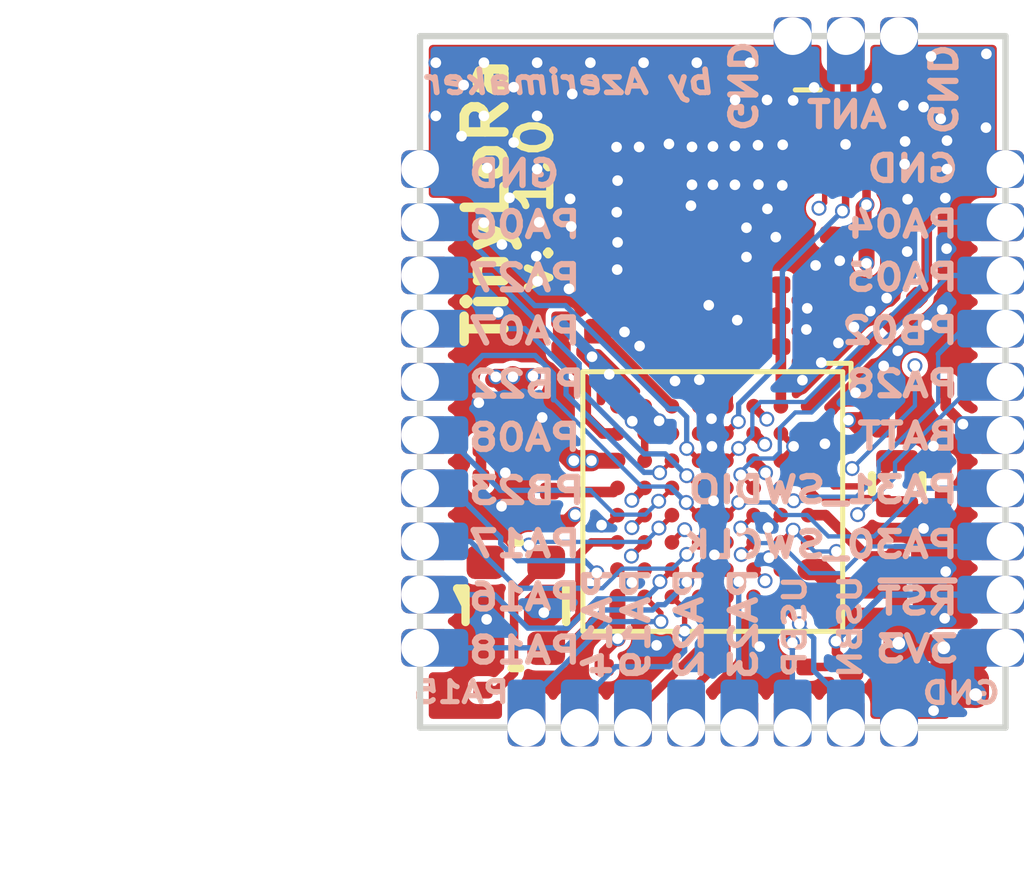
<source format=kicad_pcb>
(kicad_pcb (version 20171130) (host pcbnew "(5.0.1-3-g963ef8bb5)")
  (title_block (title "Tiny LoRa Module v1 (TLM01)") (date 2019-02-27) (rev 1.0) (company "MakerTronika Labs") (comment 1 "designed by Orkhan AmirAslan (azerimaker)"))
  (layers (0 Top.RF signal) (1 In1.GND signal) (2 In2.PWR signal) (31 Bottom.LF signal) (34 B.Paste user) (35 F.Paste user) (36 B.SilkS user) (37 F.SilkS user) (38 B.Mask user) (39 F.Mask user) (44 Edge.Cuts user))
  (net 0 "")
  (net 1 VDDA)
  (net 2 GND)
  (net 3 VDD)
  (net 4 "Net-(C7-Pad1)")
  (net 5 "Net-(C9-Pad1)")
  (net 6 "Net-(C14-Pad1)")
  (net 7 ~RESET)
  (net 8 "Net-(C16-Pad2)")
  (net 9 "Net-(C16-Pad1)")
  (net 10 "Net-(C17-Pad2)")
  (net 11 "Net-(C17-Pad1)")
  (net 12 "Net-(C22-Pad1)")
  (net 13 "Net-(C22-Pad2)")
  (net 14 VR_PA)
  (net 15 "Net-(C26-Pad2)")
  (net 16 "Net-(C26-Pad1)")
  (net 17 "Net-(C27-Pad1)")
  (net 18 "Net-(C28-Pad1)")
  (net 19 RFO_HF)
  (net 20 +BATT)
  (net 21 TCXO_PWR)
  (net 22 XIN32)
  (net 23 XOUT32)
  (net 24 ANT_PAD)
  (net 25 PA_BOOST)
  (net 26 RFI_HF)
  (net 27 PA04_S0_UART_TX)
  (net 28 PA05_S0_UART_RX)
  (net 29 PA30_SWDCLK)
  (net 30 PA31_SWDIO)
  (net 31 PB23_S5_SPI_SCK)
  (net 32 PB22_S5_SPI_MOSI)
  (net 33 PB02_S5_SPI_MISO)
  (net 34 PA28_GPIO)
  (net 35 PA27_GPIO)
  (net 36 PA23_S5_SPI_SS)
  (net 37 PA22_GPIO)
  (net 38 PA19_PWM_T0_W3)
  (net 39 PA18_PWM_T0_W2)
  (net 40 PA17_S1_I2C_SCL)
  (net 41 PA16_S1_I2C_SDA)
  (net 42 PA15_GPIO)
  (net 43 PA14_GPIO)
  (net 44 PA08_GPIO)
  (net 45 PA07_ADC7)
  (net 46 PA06_ADC6)
  (net 47 XTA)
  (net 48 BAND_SEL)
  (net 49 TXRX_RF)
  (net 50 USB_N)
  (net 51 USB_P)
  (module TLM-footprints:TLM-01-module (layer Top.RF) (at 129.286 76.2)
    (fp_text reference U1 hide)
    (fp_text value TLM01)
    (pad 1 thru_hole roundrect (at 0 0) (size 1.2 0.9) (drill 0.9 (offset 0.15 0)) (layers *.Cu *.Mask) (roundrect_rratio 0.2) (net 2 GND))
    (pad 1 connect roundrect (at 0.6 0) (size 0.7 0.9) (drill (offset 0.2 0)) (layers Bottom.LF B.Mask) (roundrect_rratio 0.2) (net 2 GND))
    (pad 2 thru_hole roundrect (at 0 1.27) (size 1.2 0.9) (drill 0.9 (offset 0.15 0)) (layers *.Cu *.Mask) (roundrect_rratio 0.2) (net 46 PA06_ADC6))
    (pad 3 thru_hole roundrect (at 0 2.54) (size 1.2 0.9) (drill 0.9 (offset 0.15 0)) (layers *.Cu *.Mask) (roundrect_rratio 0.2) (net 35 PA27_GPIO))
    (pad 4 thru_hole roundrect (at 0 3.81) (size 1.2 0.9) (drill 0.9 (offset 0.15 0)) (layers *.Cu *.Mask) (roundrect_rratio 0.2) (net 45 PA07_ADC7))
    (pad 5 thru_hole roundrect (at 0 5.08) (size 1.2 0.9) (drill 0.9 (offset 0.15 0)) (layers *.Cu *.Mask) (roundrect_rratio 0.2) (net 32 PB22_S5_SPI_MOSI))
    (pad 6 thru_hole roundrect (at 0 6.35) (size 1.2 0.9) (drill 0.9 (offset 0.15 0)) (layers *.Cu *.Mask) (roundrect_rratio 0.2) (net 44 PA08_GPIO))
    (pad 7 thru_hole roundrect (at 0 7.62) (size 1.2 0.9) (drill 0.9 (offset 0.15 0)) (layers *.Cu *.Mask) (roundrect_rratio 0.2) (net 31 PB23_S5_SPI_SCK))
    (pad 8 thru_hole roundrect (at 0 8.89) (size 1.2 0.9) (drill 0.9 (offset 0.15 0)) (layers *.Cu *.Mask) (roundrect_rratio 0.2) (net 40 PA17_S1_I2C_SCL))
    (pad 9 thru_hole roundrect (at 0 10.16) (size 1.2 0.9) (drill 0.9 (offset 0.15 0)) (layers *.Cu *.Mask) (roundrect_rratio 0.2) (net 41 PA16_S1_I2C_SDA))
    (pad 10 thru_hole roundrect (at 0 11.43) (size 1.2 0.9) (drill 0.9 (offset 0.15 0)) (layers *.Cu *.Mask) (roundrect_rratio 0.2) (net 39 PA18_PWM_T0_W2))
    (pad 2 connect roundrect (at 0.6 1.27) (size 0.7 0.9) (drill (offset 0.2 0)) (layers Bottom.LF B.Mask) (roundrect_rratio 0.2) (net 46 PA06_ADC6))
    (pad 3 connect roundrect (at 0.6 2.54) (size 0.7 0.9) (drill (offset 0.2 0)) (layers Bottom.LF B.Mask) (roundrect_rratio 0.2) (net 35 PA27_GPIO))
    (pad 4 connect roundrect (at 0.6 3.81) (size 0.7 0.9) (drill (offset 0.2 0)) (layers Bottom.LF B.Mask) (roundrect_rratio 0.2) (net 45 PA07_ADC7))
    (pad 5 connect roundrect (at 0.6 5.08) (size 0.7 0.9) (drill (offset 0.2 0)) (layers Bottom.LF B.Mask) (roundrect_rratio 0.2) (net 32 PB22_S5_SPI_MOSI))
    (pad 6 connect roundrect (at 0.6 6.35) (size 0.7 0.9) (drill (offset 0.2 0)) (layers Bottom.LF B.Mask) (roundrect_rratio 0.2) (net 44 PA08_GPIO))
    (pad 7 connect roundrect (at 0.6 7.62) (size 0.7 0.9) (drill (offset 0.2 0)) (layers Bottom.LF B.Mask) (roundrect_rratio 0.2) (net 31 PB23_S5_SPI_SCK))
    (pad 8 connect roundrect (at 0.6 8.89) (size 0.7 0.9) (drill (offset 0.2 0)) (layers Bottom.LF B.Mask) (roundrect_rratio 0.2) (net 40 PA17_S1_I2C_SCL))
    (pad 9 connect roundrect (at 0.6 10.16) (size 0.7 0.9) (drill (offset 0.2 0)) (layers Bottom.LF B.Mask) (roundrect_rratio 0.2) (net 41 PA16_S1_I2C_SDA))
    (pad 10 connect roundrect (at 0.6 11.43) (size 0.7 0.9) (drill (offset 0.2 0)) (layers Bottom.LF B.Mask) (roundrect_rratio 0.2) (net 39 PA18_PWM_T0_W2))
    (pad 28 thru_hole roundrect (at 13.97 0 180) (size 1.2 0.9) (drill 0.9 (offset 0.15 0)) (layers *.Cu *.Mask) (roundrect_rratio 0.2) (net 2 GND))
    (pad 27 thru_hole roundrect (at 13.97 1.27 180) (size 1.2 0.9) (drill 0.9 (offset 0.15 0)) (layers *.Cu *.Mask) (roundrect_rratio 0.2) (net 27 PA04_S0_UART_TX))
    (pad 26 thru_hole roundrect (at 13.97 2.54 180) (size 1.2 0.9) (drill 0.9 (offset 0.15 0)) (layers *.Cu *.Mask) (roundrect_rratio 0.2) (net 28 PA05_S0_UART_RX))
    (pad 25 thru_hole roundrect (at 13.97 3.81 180) (size 1.2 0.9) (drill 0.9 (offset 0.15 0)) (layers *.Cu *.Mask) (roundrect_rratio 0.2) (net 33 PB02_S5_SPI_MISO))
    (pad 24 thru_hole roundrect (at 13.97 5.08 180) (size 1.2 0.9) (drill 0.9 (offset 0.15 0)) (layers *.Cu *.Mask) (roundrect_rratio 0.2) (net 34 PA28_GPIO))
    (pad 23 thru_hole roundrect (at 13.97 6.35 180) (size 1.2 0.9) (drill 0.9 (offset 0.15 0)) (layers *.Cu *.Mask) (roundrect_rratio 0.2) (net 20 +BATT))
    (pad 22 thru_hole roundrect (at 13.97 7.62 180) (size 1.2 0.9) (drill 0.9 (offset 0.15 0)) (layers *.Cu *.Mask) (roundrect_rratio 0.2) (net 30 PA31_SWDIO))
    (pad 21 thru_hole roundrect (at 13.97 8.89 180) (size 1.2 0.9) (drill 0.9 (offset 0.15 0)) (layers *.Cu *.Mask) (roundrect_rratio 0.2) (net 29 PA30_SWDCLK))
    (pad 20 thru_hole roundrect (at 13.97 10.16 180) (size 1.2 0.9) (drill 0.9 (offset 0.15 0)) (layers *.Cu *.Mask) (roundrect_rratio 0.2) (net 7 ~RESET))
    (pad 19 thru_hole roundrect (at 13.97 11.43 180) (size 1.2 0.9) (drill 0.9 (offset 0.15 0)) (layers *.Cu *.Mask) (roundrect_rratio 0.2) (net 3 VDD))
    (pad 11 thru_hole roundrect (at 2.54 13.335 90) (size 1.2 0.9) (drill 0.9 (offset 0.15 0)) (layers *.Cu *.Mask) (roundrect_rratio 0.2) (net 42 PA15_GPIO))
    (pad 12 thru_hole roundrect (at 3.81 13.335 90) (size 1.2 0.9) (drill 0.9 (offset 0.15 0)) (layers *.Cu *.Mask) (roundrect_rratio 0.2) (net 43 PA14_GPIO))
    (pad 13 thru_hole roundrect (at 5.08 13.335 90) (size 1.2 0.9) (drill 0.9 (offset 0.15 0)) (layers *.Cu *.Mask) (roundrect_rratio 0.2) (net 38 PA19_PWM_T0_W3))
    (pad 14 thru_hole roundrect (at 6.35 13.335 90) (size 1.2 0.9) (drill 0.9 (offset 0.15 0)) (layers *.Cu *.Mask) (roundrect_rratio 0.2) (net 37 PA22_GPIO))
    (pad 15 thru_hole roundrect (at 7.62 13.335 90) (size 1.2 0.9) (drill 0.9 (offset 0.15 0)) (layers *.Cu *.Mask) (roundrect_rratio 0.2) (net 36 PA23_S5_SPI_SS))
    (pad 16 thru_hole roundrect (at 8.89 13.335 90) (size 1.2 0.9) (drill 0.9 (offset 0.15 0)) (layers *.Cu *.Mask) (roundrect_rratio 0.2) (net 51 USB_P))
    (pad 17 thru_hole roundrect (at 10.16 13.335 90) (size 1.2 0.9) (drill 0.9 (offset 0.15 0)) (layers *.Cu *.Mask) (roundrect_rratio 0.2) (net 50 USB_N))
    (pad 18 thru_hole roundrect (at 11.43 13.335 90) (size 1.2 0.9) (drill 0.9 (offset 0.15 0)) (layers *.Cu *.Mask) (roundrect_rratio 0.2) (net 2 GND))
    (pad 11 connect roundrect (at 2.54 12.7381 90) (size 0.7 0.9) (drill (offset 0.2 0)) (layers Bottom.LF B.Mask) (roundrect_rratio 0.2) (net 42 PA15_GPIO))
    (pad 12 connect roundrect (at 3.81 12.7381 90) (size 0.7 0.9) (drill (offset 0.2 0)) (layers Bottom.LF B.Mask) (roundrect_rratio 0.2) (net 43 PA14_GPIO))
    (pad 13 connect roundrect (at 5.08 12.7381 90) (size 0.7 0.9) (drill (offset 0.2 0)) (layers Bottom.LF B.Mask) (roundrect_rratio 0.2) (net 38 PA19_PWM_T0_W3))
    (pad 14 connect roundrect (at 6.35 12.7381 90) (size 0.7 0.9) (drill (offset 0.2 0)) (layers Bottom.LF B.Mask) (roundrect_rratio 0.2) (net 37 PA22_GPIO))
    (pad 15 connect roundrect (at 7.62 12.7381 90) (size 0.7 0.9) (drill (offset 0.2 0)) (layers Bottom.LF B.Mask) (roundrect_rratio 0.2) (net 36 PA23_S5_SPI_SS))
    (pad 16 connect roundrect (at 8.89 12.7381 90) (size 0.7 0.9) (drill (offset 0.2 0)) (layers Bottom.LF B.Mask) (roundrect_rratio 0.2) (net 51 USB_P))
    (pad 17 connect roundrect (at 10.16 12.7381 90) (size 0.7 0.9) (drill (offset 0.2 0)) (layers Bottom.LF B.Mask) (roundrect_rratio 0.2) (net 50 USB_N))
    (pad 18 connect roundrect (at 11.43 12.7381 90) (size 0.7 0.9) (drill (offset 0.2 0)) (layers Bottom.LF B.Mask) (roundrect_rratio 0.2) (net 2 GND))
    (pad 19 connect roundrect (at 12.97 11.43) (size 0.7 0.9) (drill (offset 0.2 0)) (layers Bottom.LF B.Mask) (roundrect_rratio 0.2) (net 3 VDD))
    (pad 20 connect roundrect (at 12.97 10.16) (size 0.7 0.9) (drill (offset 0.2 0)) (layers Bottom.LF B.Mask) (roundrect_rratio 0.2) (net 7 ~RESET))
    (pad 21 connect roundrect (at 12.97 8.89) (size 0.7 0.9) (drill (offset 0.2 0)) (layers Bottom.LF B.Mask) (roundrect_rratio 0.2) (net 29 PA30_SWDCLK))
    (pad 22 connect roundrect (at 12.97 7.62) (size 0.7 0.9) (drill (offset 0.2 0)) (layers Bottom.LF B.Mask) (roundrect_rratio 0.2) (net 30 PA31_SWDIO))
    (pad 23 connect roundrect (at 12.97 6.35) (size 0.7 0.9) (drill (offset 0.2 0)) (layers Bottom.LF B.Mask) (roundrect_rratio 0.2) (net 20 +BATT))
    (pad 24 connect roundrect (at 12.97 5.08) (size 0.7 0.9) (drill (offset 0.2 0)) (layers Bottom.LF B.Mask) (roundrect_rratio 0.2) (net 34 PA28_GPIO))
    (pad 25 connect roundrect (at 12.97 3.81) (size 0.7 0.9) (drill (offset 0.2 0)) (layers Bottom.LF B.Mask) (roundrect_rratio 0.2) (net 33 PB02_S5_SPI_MISO))
    (pad 26 connect roundrect (at 12.97 2.54) (size 0.7 0.9) (drill (offset 0.2 0)) (layers Bottom.LF B.Mask) (roundrect_rratio 0.2) (net 28 PA05_S0_UART_RX))
    (pad 27 connect roundrect (at 12.97 1.27) (size 0.7 0.9) (drill (offset 0.2 0)) (layers Bottom.LF B.Mask) (roundrect_rratio 0.2) (net 27 PA04_S0_UART_TX))
    (pad 28 connect roundrect (at 12.97 0) (size 0.7 0.9) (drill (offset 0.2 0)) (layers Bottom.LF B.Mask) (roundrect_rratio 0.2) (net 2 GND))
    (pad 31 connect roundrect (at 8.89 -2.175 90) (size 0.7 0.9) (drill (offset 0.2 0)) (layers Bottom.LF B.Mask) (roundrect_rratio 0.2) (net 2 GND))
    (pad 30 connect roundrect (at 10.16 -2.175 90) (size 0.7 0.9) (drill (offset 0.2 0)) (layers Bottom.LF B.Mask) (roundrect_rratio 0.2) (net 24 ANT_PAD))
    (pad 29 connect roundrect (at 11.43 -2.175 90) (size 0.7 0.9) (drill (offset 0.2 0)) (layers Bottom.LF B.Mask) (roundrect_rratio 0.2) (net 2 GND))
    (pad 31 thru_hole roundrect (at 8.89 -3.175 270) (size 1.2 0.9) (drill 0.9 (offset 0.15 0)) (layers *.Cu *.Mask) (roundrect_rratio 0.2) (net 2 GND))
    (pad 30 thru_hole roundrect (at 10.16 -3.175 270) (size 1.2 0.9) (drill 0.9 (offset 0.15 0)) (layers *.Cu *.Mask) (roundrect_rratio 0.2) (net 24 ANT_PAD))
    (pad 29 thru_hole roundrect (at 11.43 -3.175 270) (size 1.2 0.9) (drill 0.9 (offset 0.15 0)) (layers *.Cu *.Mask) (roundrect_rratio 0.2) (net 2 GND))
  )
  (module Capacitor_SMD:C_0402_1005Metric (layer Top.RF) (at 132.61 82.23 90)
    (fp_text reference C1 hide)
    (fp_text value 10uF)
    (pad 1 smd roundrect (at -0.485 0 90) (size 0.59 0.64) (layers Top.RF F.Paste F.Mask) (net 1 VDDA))
    (pad 2 smd roundrect (at 0.485 0 90) (size 0.59 0.64) (layers Top.RF F.Paste F.Mask) (net 2 GND))
  )
  (module Capacitor_SMD:C_0201_0603Metric (layer Top.RF) (at 130.74 82.52 90)
    (fp_text reference C2 hide)
    (fp_text value 100nF)
    (pad 1 smd roundrect (at -0.32 0 90) (size 0.46 0.4) (layers Top.RF F.Mask) (net 1 VDDA))
    (pad 2 smd roundrect (at 0.32 0 90) (size 0.46 0.4) (layers Top.RF F.Mask) (net 2 GND))
  )
  (module Capacitor_SMD:C_0201_0603Metric (layer Top.RF) (at 132.06 84.64 180)
    (fp_text reference C3 hide)
    (fp_text value 100nF)
    (pad 1 smd roundrect (at -0.32 0 180) (size 0.46 0.4) (layers Top.RF F.Mask) (net 3 VDD))
    (pad 2 smd roundrect (at 0.32 0 180) (size 0.46 0.4) (layers Top.RF F.Mask) (net 2 GND))
  )
  (module Capacitor_SMD:C_0201_0603Metric (layer Top.RF) (at 140.975 86.2 180)
    (fp_text reference C4 hide)
    (fp_text value 100nF)
    (pad 1 smd roundrect (at -0.32 0 180) (size 0.46 0.4) (layers Top.RF F.Mask) (net 2 GND))
    (pad 2 smd roundrect (at 0.32 0 180) (size 0.46 0.4) (layers Top.RF F.Mask) (net 3 VDD))
  )
  (module Capacitor_SMD:C_0201_0603Metric (layer Top.RF) (at 140.975 86.925)
    (fp_text reference C5 hide)
    (fp_text value 100nF)
    (pad 2 smd roundrect (at 0.32 0) (size 0.46 0.4) (layers Top.RF F.Mask) (net 2 GND))
    (pad 1 smd roundrect (at -0.32 0) (size 0.46 0.4) (layers Top.RF F.Mask) (net 3 VDD))
  )
  (module Capacitor_SMD:C_0201_0603Metric (layer Top.RF) (at 130.74 83.92 270)
    (fp_text reference C6 hide)
    (fp_text value 100nF)
    (pad 1 smd roundrect (at -0.32 0 270) (size 0.46 0.4) (layers Top.RF F.Mask) (net 1 VDDA))
    (pad 2 smd roundrect (at 0.32 0 270) (size 0.46 0.4) (layers Top.RF F.Mask) (net 2 GND))
  )
  (module Capacitor_SMD:C_0201_0603Metric (layer Top.RF) (at 132.33 80.5 180)
    (fp_text reference C7 hide)
    (fp_text value 33pF)
    (pad 1 smd roundrect (at -0.32 0 180) (size 0.46 0.4) (layers Top.RF F.Mask) (net 4 "Net-(C7-Pad1)"))
    (pad 2 smd roundrect (at 0.32 0 180) (size 0.46 0.4) (layers Top.RF F.Mask) (net 2 GND))
  )
  (module Capacitor_SMD:C_0201_0603Metric (layer Top.RF) (at 132.327 79.8 180)
    (fp_text reference C8 hide)
    (fp_text value 100nF)
    (pad 2 smd roundrect (at 0.32 0 180) (size 0.46 0.4) (layers Top.RF F.Mask) (net 2 GND))
    (pad 1 smd roundrect (at -0.32 0 180) (size 0.46 0.4) (layers Top.RF F.Mask) (net 4 "Net-(C7-Pad1)"))
  )
  (module Capacitor_SMD:C_0201_0603Metric (layer Top.RF) (at 132.06 83.89 180)
    (fp_text reference C9 hide)
    (fp_text value 100nF)
    (pad 1 smd roundrect (at -0.32 0 180) (size 0.46 0.4) (layers Top.RF F.Mask) (net 5 "Net-(C9-Pad1)"))
    (pad 2 smd roundrect (at 0.32 0 180) (size 0.46 0.4) (layers Top.RF F.Mask) (net 2 GND))
  )
  (module Capacitor_SMD:C_0201_0603Metric (layer Top.RF) (at 138.74 77.77 180)
    (fp_text reference C10 hide)
    (fp_text value 100nF)
    (pad 1 smd roundrect (at -0.32 0 180) (size 0.46 0.4) (layers Top.RF F.Mask) (net 1 VDDA))
    (pad 2 smd roundrect (at 0.32 0 180) (size 0.46 0.4) (layers Top.RF F.Mask) (net 2 GND))
  )
  (module Capacitor_SMD:C_0201_0603Metric (layer Top.RF) (at 140.62 81.64)
    (fp_text reference C11 hide)
    (fp_text value 100nF)
    (pad 1 smd roundrect (at -0.32 0) (size 0.46 0.4) (layers Top.RF F.Mask) (net 1 VDDA))
    (pad 2 smd roundrect (at 0.32 0) (size 0.46 0.4) (layers Top.RF F.Mask) (net 2 GND))
  )
  (module Capacitor_SMD:C_0201_0603Metric (layer Top.RF) (at 140.62 82.41)
    (fp_text reference C12 hide)
    (fp_text value 4.7pF)
    (pad 1 smd roundrect (at -0.32 0) (size 0.46 0.4) (layers Top.RF F.Mask) (net 1 VDDA))
    (pad 2 smd roundrect (at 0.32 0) (size 0.46 0.4) (layers Top.RF F.Mask) (net 2 GND))
  )
  (module Capacitor_SMD:C_0201_0603Metric (layer Top.RF) (at 134 88.1 180)
    (fp_text reference C13 hide)
    (fp_text value 100nF)
    (pad 2 smd roundrect (at 0.32 0 180) (size 0.46 0.4) (layers Top.RF F.Mask) (net 3 VDD))
    (pad 1 smd roundrect (at -0.32 0 180) (size 0.46 0.4) (layers Top.RF F.Mask) (net 2 GND))
  )
  (module Capacitor_SMD:C_0201_0603Metric (layer Top.RF) (at 140.96 85.45)
    (fp_text reference C14 hide)
    (fp_text value 100nF)
    (pad 2 smd roundrect (at 0.32 0) (size 0.46 0.4) (layers Top.RF F.Mask) (net 2 GND))
    (pad 1 smd roundrect (at -0.32 0) (size 0.46 0.4) (layers Top.RF F.Mask) (net 6 "Net-(C14-Pad1)"))
  )
  (module Capacitor_SMD:C_0201_0603Metric (layer Top.RF) (at 138.176 88.0872 180)
    (fp_text reference C15 hide)
    (fp_text value 100nF)
    (pad 2 smd roundrect (at 0.32 0 180) (size 0.46 0.4) (layers Top.RF F.Mask) (net 2 GND))
    (pad 1 smd roundrect (at -0.32 0 180) (size 0.46 0.4) (layers Top.RF F.Mask) (net 7 ~RESET))
  )
  (module Capacitor_SMD:C_0201_0603Metric (layer Top.RF) (at 135.23468 74.3966 180)
    (fp_text reference C16 hide)
    (fp_text value DNM)
    (pad 2 smd roundrect (at 0.32 0 180) (size 0.46 0.4) (layers Top.RF F.Mask) (net 8 "Net-(C16-Pad2)"))
    (pad 1 smd roundrect (at -0.32 0 180) (size 0.46 0.4) (layers Top.RF F.Mask) (net 9 "Net-(C16-Pad1)"))
  )
  (module Capacitor_SMD:C_0201_0603Metric (layer Top.RF) (at 133.5278 77.23124 270)
    (fp_text reference C17 hide)
    (fp_text value 18pF)
    (pad 2 smd roundrect (at 0.32 0 270) (size 0.46 0.4) (layers Top.RF F.Mask) (net 10 "Net-(C17-Pad2)"))
    (pad 1 smd roundrect (at -0.32 0 270) (size 0.46 0.4) (layers Top.RF F.Mask) (net 11 "Net-(C17-Pad1)"))
  )
  (module Capacitor_SMD:C_0201_0603Metric (layer Top.RF) (at 133.1976 78.27264 180)
    (fp_text reference C18 hide)
    (fp_text value 3.9pF)
    (pad 2 smd roundrect (at 0.32 0 180) (size 0.46 0.4) (layers Top.RF F.Mask) (net 2 GND))
    (pad 1 smd roundrect (at -0.32 0 180) (size 0.46 0.4) (layers Top.RF F.Mask) (net 10 "Net-(C17-Pad2)"))
  )
  (module Capacitor_SMD:C_0201_0603Metric (layer Top.RF) (at 133.1722 76.07808 180)
    (fp_text reference C19 hide)
    (fp_text value 3.3pF)
    (pad 2 smd roundrect (at 0.32 0 180) (size 0.46 0.4) (layers Top.RF F.Mask) (net 2 GND))
    (pad 1 smd roundrect (at -0.32 0 180) (size 0.46 0.4) (layers Top.RF F.Mask) (net 11 "Net-(C17-Pad1)"))
  )
  (module Capacitor_SMD:C_0201_0603Metric (layer Top.RF) (at 133.81228 74.3966 180)
    (fp_text reference C20 hide)
    (fp_text value 5.6pF)
    (pad 1 smd roundrect (at -0.32 0 180) (size 0.46 0.4) (layers Top.RF F.Mask) (net 8 "Net-(C16-Pad2)"))
    (pad 2 smd roundrect (at 0.32 0 180) (size 0.46 0.4) (layers Top.RF F.Mask) (net 2 GND))
  )
  (module Capacitor_SMD:C_0201_0603Metric (layer Top.RF) (at 136.30148 74.7903 90)
    (fp_text reference C21 hide)
    (fp_text value 3.3pF)
    (pad 2 smd roundrect (at 0.32 0 90) (size 0.46 0.4) (layers Top.RF F.Mask) (net 2 GND))
    (pad 1 smd roundrect (at -0.32 0 90) (size 0.46 0.4) (layers Top.RF F.Mask) (net 9 "Net-(C16-Pad1)"))
  )
  (module Capacitor_SMD:C_0201_0603Metric (layer Top.RF) (at 141.3764 76.2 90)
    (fp_text reference C22 hide)
    (fp_text value 47pF)
    (pad 1 smd roundrect (at -0.32 0 90) (size 0.46 0.4) (layers Top.RF F.Mask) (net 12 "Net-(C22-Pad1)"))
    (pad 2 smd roundrect (at 0.32 0 90) (size 0.46 0.4) (layers Top.RF F.Mask) (net 13 "Net-(C22-Pad2)"))
  )
  (module Capacitor_SMD:C_0201_0603Metric (layer Top.RF) (at 140.9192 79.0448 135)
    (fp_text reference C23 hide)
    (fp_text value 2.7pF)
    (pad 2 smd roundrect (at 0.32 0 135) (size 0.46 0.4) (layers Top.RF F.Mask) (net 2 GND))
    (pad 1 smd roundrect (at -0.32 0 135) (size 0.46 0.4) (layers Top.RF F.Mask) (net 12 "Net-(C22-Pad1)"))
  )
  (module Capacitor_SMD:C_0201_0603Metric (layer Top.RF) (at 136.511 80.12 90)
    (fp_text reference C24 hide)
    (fp_text value DNM)
    (pad 1 smd roundrect (at -0.32 0 90) (size 0.46 0.4) (layers Top.RF F.Mask) (net 14 VR_PA))
    (pad 2 smd roundrect (at 0.32 0 90) (size 0.46 0.4) (layers Top.RF F.Mask) (net 2 GND))
  )
  (module Capacitor_SMD:C_0201_0603Metric (layer Top.RF) (at 135.7998 80.12 90)
    (fp_text reference C25 hide)
    (fp_text value 4.7nF)
    (pad 2 smd roundrect (at 0.32 0 90) (size 0.46 0.4) (layers Top.RF F.Mask) (net 2 GND))
    (pad 1 smd roundrect (at -0.32 0 90) (size 0.46 0.4) (layers Top.RF F.Mask) (net 14 VR_PA))
  )
  (module Capacitor_SMD:C_0201_0603Metric (layer Top.RF) (at 134.45236 78.6384 270)
    (fp_text reference C26 hide)
    (fp_text value DNM)
    (pad 2 smd roundrect (at 0.32 0 270) (size 0.46 0.4) (layers Top.RF F.Mask) (net 15 "Net-(C26-Pad2)"))
    (pad 1 smd roundrect (at -0.32 0 270) (size 0.46 0.4) (layers Top.RF F.Mask) (net 16 "Net-(C26-Pad1)"))
  )
  (module Capacitor_SMD:C_0201_0603Metric (layer Top.RF) (at 134.45236 77.25156 270)
    (fp_text reference C27 hide)
    (fp_text value DNM)
    (pad 2 smd roundrect (at 0.32 0 270) (size 0.46 0.4) (layers Top.RF F.Mask) (net 16 "Net-(C26-Pad1)"))
    (pad 1 smd roundrect (at -0.32 0 270) (size 0.46 0.4) (layers Top.RF F.Mask) (net 17 "Net-(C27-Pad1)"))
  )
  (module Capacitor_SMD:C_0201_0603Metric (layer Top.RF) (at 137.5716 78.9643)
    (fp_text reference C28 hide)
    (fp_text value 22pF)
    (pad 1 smd roundrect (at -0.32 0) (size 0.46 0.4) (layers Top.RF F.Mask) (net 18 "Net-(C28-Pad1)"))
    (pad 2 smd roundrect (at 0.32 0) (size 0.46 0.4) (layers Top.RF F.Mask) (net 19 RFO_HF))
  )
  (module Capacitor_SMD:C_0201_0603Metric (layer Top.RF) (at 137.5716 79.7009 180)
    (fp_text reference C29 hide)
    (fp_text value 3.9pF)
    (pad 2 smd roundrect (at 0.32 0 180) (size 0.46 0.4) (layers Top.RF F.Mask) (net 2 GND))
    (pad 1 smd roundrect (at -0.32 0 180) (size 0.46 0.4) (layers Top.RF F.Mask) (net 19 RFO_HF))
  )
  (module Capacitor_SMD:C_0201_0603Metric (layer Top.RF) (at 136.16432 78.2828)
    (fp_text reference C30 hide)
    (fp_text value 8.2pF)
    (pad 1 smd roundrect (at -0.32 0) (size 0.46 0.4) (layers Top.RF F.Mask) (net 15 "Net-(C26-Pad2)"))
    (pad 2 smd roundrect (at 0.32 0) (size 0.46 0.4) (layers Top.RF F.Mask) (net 2 GND))
  )
  (module Capacitor_SMD:C_0201_0603Metric (layer Top.RF) (at 136.16432 77.58684)
    (fp_text reference C31 hide)
    (fp_text value 5.6pF)
    (pad 2 smd roundrect (at 0.32 0) (size 0.46 0.4) (layers Top.RF F.Mask) (net 2 GND))
    (pad 1 smd roundrect (at -0.32 0) (size 0.46 0.4) (layers Top.RF F.Mask) (net 16 "Net-(C26-Pad1)"))
  )
  (module Capacitor_SMD:C_0201_0603Metric (layer Top.RF) (at 134.83336 76.10348 180)
    (fp_text reference C32 hide)
    (fp_text value 3.3pF)
    (pad 1 smd roundrect (at -0.32 0 180) (size 0.46 0.4) (layers Top.RF F.Mask) (net 17 "Net-(C27-Pad1)"))
    (pad 2 smd roundrect (at 0.32 0 180) (size 0.46 0.4) (layers Top.RF F.Mask) (net 2 GND))
  )
  (module Capacitor_SMD:C_0201_0603Metric (layer Top.RF) (at 141.83 81.12 90)
    (fp_text reference C33 hide)
    (fp_text value 4.7pF)
    (pad 1 smd roundrect (at -0.32 0 90) (size 0.46 0.4) (layers Top.RF F.Mask) (net 20 +BATT))
    (pad 2 smd roundrect (at 0.32 0 90) (size 0.46 0.4) (layers Top.RF F.Mask) (net 2 GND))
  )
  (module Capacitor_SMD:C_0201_0603Metric (layer Top.RF) (at 140.19 77.77)
    (fp_text reference C34 hide)
    (fp_text value 1nF)
    (pad 2 smd roundrect (at 0.32 0) (size 0.46 0.4) (layers Top.RF F.Mask) (net 2 GND))
    (pad 1 smd roundrect (at -0.32 0) (size 0.46 0.4) (layers Top.RF F.Mask) (net 1 VDDA))
  )
  (module Capacitor_SMD:C_0201_0603Metric (layer Top.RF) (at 130.47 88.64 180)
    (fp_text reference C35 hide)
    (fp_text value 100nF)
    (pad 1 smd roundrect (at -0.32 0 180) (size 0.46 0.4) (layers Top.RF F.Mask) (net 21 TCXO_PWR))
    (pad 2 smd roundrect (at 0.32 0 180) (size 0.46 0.4) (layers Top.RF F.Mask) (net 2 GND))
  )
  (module Capacitor_SMD:C_0201_0603Metric (layer Top.RF) (at 141.77 83.01 90)
    (fp_text reference C36 hide)
    (fp_text value 10pF)
    (pad 2 smd roundrect (at 0.32 0 90) (size 0.46 0.4) (layers Top.RF F.Mask) (net 2 GND))
    (pad 1 smd roundrect (at -0.32 0 90) (size 0.46 0.4) (layers Top.RF F.Mask) (net 22 XIN32))
  )
  (module Capacitor_SMD:C_0201_0603Metric (layer Top.RF) (at 141.77 84.38 270)
    (fp_text reference C37 hide)
    (fp_text value 10pF)
    (pad 1 smd roundrect (at -0.32 0 270) (size 0.46 0.4) (layers Top.RF F.Mask) (net 23 XOUT32))
    (pad 2 smd roundrect (at 0.32 0 270) (size 0.46 0.4) (layers Top.RF F.Mask) (net 2 GND))
  )
  (module Inductor_SMD:L_0402_1005Metric (layer Top.RF) (at 131.56 82.23 90)
    (fp_text reference FB1 hide)
    (fp_text value BLM15AG121SN1D)
    (pad 1 smd roundrect (at -0.485 0 90) (size 0.59 0.64) (layers Top.RF F.Paste F.Mask) (net 1 VDDA))
    (pad 2 smd roundrect (at 0.485 0 90) (size 0.59 0.64) (layers Top.RF F.Paste F.Mask) (net 3 VDD))
  )
  (module Inductor_SMD:L_0201_0603Metric (layer Top.RF) (at 133.83768 75.1332)
    (fp_text reference L4 hide)
    (fp_text value 10nH)
    (pad 1 smd roundrect (at -0.32 0) (size 0.46 0.4) (layers Top.RF F.Mask) (net 11 "Net-(C17-Pad1)"))
    (pad 2 smd roundrect (at 0.32 0) (size 0.46 0.4) (layers Top.RF F.Mask) (net 8 "Net-(C16-Pad2)"))
  )
  (module Inductor_SMD:L_0201_0603Metric (layer Top.RF) (at 135.23468 75.1332)
    (fp_text reference L5 hide)
    (fp_text value 10nH)
    (pad 2 smd roundrect (at 0.32 0) (size 0.46 0.4) (layers Top.RF F.Mask) (net 9 "Net-(C16-Pad1)"))
    (pad 1 smd roundrect (at -0.32 0) (size 0.46 0.4) (layers Top.RF F.Mask) (net 8 "Net-(C16-Pad2)"))
  )
  (module Inductor_SMD:L_0201_0603Metric (layer Top.RF) (at 135.114 80.12 270)
    (fp_text reference L6 hide)
    (fp_text value 33nH)
    (pad 2 smd roundrect (at 0.32 0 270) (size 0.46 0.4) (layers Top.RF F.Mask) (net 14 VR_PA))
    (pad 1 smd roundrect (at -0.32 0 270) (size 0.46 0.4) (layers Top.RF F.Mask) (net 10 "Net-(C17-Pad2)"))
  )
  (module Inductor_SMD:L_0201_0603Metric (layer Top.RF) (at 140.31723 80.10397 225)
    (fp_text reference L7 hide)
    (fp_text value 10nH)
    (pad 1 smd roundrect (at -0.32 0 225) (size 0.46 0.4) (layers Top.RF F.Mask) (net 12 "Net-(C22-Pad1)"))
    (pad 2 smd roundrect (at 0.32 0 225) (size 0.46 0.4) (layers Top.RF F.Mask) (net 26 RFI_HF))
  )
  (module Inductor_SMD:L_0201_0603Metric (layer Top.RF) (at 137.5716 80.4375)
    (fp_text reference L8 hide)
    (fp_text value 33nH)
    (pad 1 smd roundrect (at -0.32 0) (size 0.46 0.4) (layers Top.RF F.Mask) (net 14 VR_PA))
    (pad 2 smd roundrect (at 0.32 0) (size 0.46 0.4) (layers Top.RF F.Mask) (net 19 RFO_HF))
  )
  (module Inductor_SMD:L_0201_0603Metric (layer Top.RF) (at 136.1694 78.9643 180)
    (fp_text reference L9 hide)
    (fp_text value 11nH)
    (pad 2 smd roundrect (at 0.32 0 180) (size 0.46 0.4) (layers Top.RF F.Mask) (net 15 "Net-(C26-Pad2)"))
    (pad 1 smd roundrect (at -0.32 0 180) (size 0.46 0.4) (layers Top.RF F.Mask) (net 18 "Net-(C28-Pad1)"))
  )
  (module Inductor_SMD:L_0201_0603Metric (layer Top.RF) (at 135.14832 78.6384 90)
    (fp_text reference L10 hide)
    (fp_text value 10nH)
    (pad 1 smd roundrect (at -0.32 0 90) (size 0.46 0.4) (layers Top.RF F.Mask) (net 15 "Net-(C26-Pad2)"))
    (pad 2 smd roundrect (at 0.32 0 90) (size 0.46 0.4) (layers Top.RF F.Mask) (net 16 "Net-(C26-Pad1)"))
  )
  (module Inductor_SMD:L_0201_0603Metric (layer Top.RF) (at 135.14832 77.24648 90)
    (fp_text reference L11 hide)
    (fp_text value 10nH)
    (pad 2 smd roundrect (at 0.32 0 90) (size 0.46 0.4) (layers Top.RF F.Mask) (net 17 "Net-(C27-Pad1)"))
    (pad 1 smd roundrect (at -0.32 0 90) (size 0.46 0.4) (layers Top.RF F.Mask) (net 16 "Net-(C26-Pad1)"))
  )
  (module Resistor_SMD:R_0402_1005Metric (layer Top.RF) (at 140.0556 88.1 180)
    (fp_text reference R1 hide)
    (fp_text value 100K)
    (pad 1 smd roundrect (at -0.485 0 180) (size 0.59 0.64) (layers Top.RF F.Paste F.Mask) (net 3 VDD))
    (pad 2 smd roundrect (at 0.485 0 180) (size 0.59 0.64) (layers Top.RF F.Paste F.Mask) (net 7 ~RESET))
  )
  (module gkl_housings_bga:TFBGA-64_6.0x6.0mm_Layout8x8_P0.65mm (layer Top.RF) (at 136.271 84.1375 270)
    (fp_text reference U2 hide)
    (fp_text value ATSAMR34J18BT)
    (pad H8 smd circle (at 2.275 2.275 270) (size 0.35 0.35) (layers Top.RF F.Paste F.Mask) (net 3 VDD))
    (pad G8 smd circle (at 2.275 1.625 270) (size 0.35 0.35) (layers Top.RF F.Paste F.Mask) (net 42 PA15_GPIO))
    (pad F8 smd circle (at 2.275 0.975 270) (size 0.35 0.35) (layers Top.RF F.Paste F.Mask) (net 43 PA14_GPIO))
    (pad E8 smd circle (at 2.275 0.325 270) (size 0.35 0.35) (layers Top.RF F.Paste F.Mask) (net 38 PA19_PWM_T0_W3))
    (pad D8 smd circle (at 2.275 -0.325 270) (size 0.35 0.35) (layers Top.RF F.Paste F.Mask) (net 37 PA22_GPIO))
    (pad C8 smd circle (at 2.275 -0.975 270) (size 0.35 0.35) (layers Top.RF F.Paste F.Mask) (net 51 USB_P))
    (pad B8 smd circle (at 2.275 -1.625 270) (size 0.35 0.35) (layers Top.RF F.Paste F.Mask) (net 50 USB_N))
    (pad A8 smd circle (at 2.275 -2.275 270) (size 0.35 0.35) (layers Top.RF F.Paste F.Mask) (net 3 VDD))
    (pad H7 smd circle (at 1.625 2.275 270) (size 0.35 0.35) (layers Top.RF F.Paste F.Mask))
    (pad G7 smd circle (at 1.625 1.625 270) (size 0.35 0.35) (layers Top.RF F.Paste F.Mask) (net 2 GND))
    (pad F7 smd circle (at 1.625 0.975 270) (size 0.35 0.35) (layers Top.RF F.Paste F.Mask) (net 41 PA16_S1_I2C_SDA))
    (pad E7 smd circle (at 1.625 0.325 270) (size 0.35 0.35) (layers Top.RF F.Paste F.Mask) (net 39 PA18_PWM_T0_W2))
    (pad D7 smd circle (at 1.625 -0.325 270) (size 0.35 0.35) (layers Top.RF F.Paste F.Mask) (net 36 PA23_S5_SPI_SS))
    (pad C7 smd circle (at 1.625 -0.975 270) (size 0.35 0.35) (layers Top.RF F.Paste F.Mask) (net 31 PB23_S5_SPI_SCK))
    (pad B7 smd circle (at 1.625 -1.625 270) (size 0.35 0.35) (layers Top.RF F.Paste F.Mask) (net 2 GND))
    (pad A7 smd circle (at 1.625 -2.275 270) (size 0.35 0.35) (layers Top.RF F.Paste F.Mask) (net 3 VDD))
    (pad H6 smd circle (at 0.975 2.275 270) (size 0.35 0.35) (layers Top.RF F.Paste F.Mask) (net 47 XTA))
    (pad G6 smd circle (at 0.975 1.625 270) (size 0.35 0.35) (layers Top.RF F.Paste F.Mask) (net 2 GND))
    (pad F6 smd circle (at 0.975 0.975 270) (size 0.35 0.35) (layers Top.RF F.Paste F.Mask) (net 48 BAND_SEL))
    (pad E6 smd circle (at 0.975 0.325 270) (size 0.35 0.35) (layers Top.RF F.Paste F.Mask) (net 40 PA17_S1_I2C_SCL))
    (pad D6 smd circle (at 0.975 -0.325 270) (size 0.35 0.35) (layers Top.RF F.Paste F.Mask) (net 2 GND))
    (pad C6 smd circle (at 0.975 -0.975 270) (size 0.35 0.35) (layers Top.RF F.Paste F.Mask) (net 34 PA28_GPIO))
    (pad B6 smd circle (at 0.975 -1.625 270) (size 0.35 0.35) (layers Top.RF F.Paste F.Mask) (net 7 ~RESET))
    (pad A6 smd circle (at 0.975 -2.275 270) (size 0.35 0.35) (layers Top.RF F.Paste F.Mask))
    (pad H5 smd circle (at 0.325 2.275 270) (size 0.35 0.35) (layers Top.RF F.Paste F.Mask) (net 2 GND))
    (pad G5 smd circle (at 0.325 1.625 270) (size 0.35 0.35) (layers Top.RF F.Paste F.Mask) (net 2 GND))
    (pad F5 smd circle (at 0.325 0.975 270) (size 0.35 0.35) (layers Top.RF F.Paste F.Mask) (net 21 TCXO_PWR))
    (pad E5 smd circle (at 0.325 0.325 270) (size 0.35 0.35) (layers Top.RF F.Paste F.Mask) (net 32 PB22_S5_SPI_MOSI))
    (pad D5 smd circle (at 0.325 -0.325 270) (size 0.35 0.35) (layers Top.RF F.Paste F.Mask) (net 30 PA31_SWDIO))
    (pad C5 smd circle (at 0.325 -0.975 270) (size 0.35 0.35) (layers Top.RF F.Paste F.Mask) (net 29 PA30_SWDCLK))
    (pad B5 smd circle (at 0.325 -1.625 270) (size 0.35 0.35) (layers Top.RF F.Paste F.Mask) (net 2 GND))
    (pad A5 smd circle (at 0.325 -2.275 270) (size 0.35 0.35) (layers Top.RF F.Paste F.Mask) (net 6 "Net-(C14-Pad1)"))
    (pad H4 smd circle (at -0.325 2.275 270) (size 0.35 0.35) (layers Top.RF F.Paste F.Mask) (net 5 "Net-(C9-Pad1)"))
    (pad G4 smd circle (at -0.325 1.625 270) (size 0.35 0.35) (layers Top.RF F.Paste F.Mask) (net 3 VDD))
    (pad F4 smd circle (at -0.325 0.975 270) (size 0.35 0.35) (layers Top.RF F.Paste F.Mask) (net 44 PA08_GPIO))
    (pad E4 smd circle (at -0.325 0.325 270) (size 0.35 0.35) (layers Top.RF F.Paste F.Mask) (net 35 PA27_GPIO))
    (pad D4 smd circle (at -0.325 -0.325 270) (size 0.35 0.35) (layers Top.RF F.Paste F.Mask) (net 2 GND))
    (pad C4 smd circle (at -0.325 -0.975 270) (size 0.35 0.35) (layers Top.RF F.Paste F.Mask) (net 28 PA05_S0_UART_RX))
    (pad B4 smd circle (at -0.325 -1.625 270) (size 0.35 0.35) (layers Top.RF F.Paste F.Mask) (net 33 PB02_S5_SPI_MISO))
    (pad A4 smd circle (at -0.325 -2.275 270) (size 0.35 0.35) (layers Top.RF F.Paste F.Mask) (net 23 XOUT32))
    (pad H3 smd circle (at -0.975 2.275 270) (size 0.35 0.35) (layers Top.RF F.Paste F.Mask) (net 1 VDDA))
    (pad G3 smd circle (at -0.975 1.625 270) (size 0.35 0.35) (layers Top.RF F.Paste F.Mask) (net 2 GND))
    (pad F3 smd circle (at -0.975 0.975 270) (size 0.35 0.35) (layers Top.RF F.Paste F.Mask) (net 45 PA07_ADC7))
    (pad E3 smd circle (at -0.975 0.325 270) (size 0.35 0.35) (layers Top.RF F.Paste F.Mask) (net 46 PA06_ADC6))
    (pad D3 smd circle (at -0.975 -0.325 270) (size 0.35 0.35) (layers Top.RF F.Paste F.Mask) (net 27 PA04_S0_UART_TX))
    (pad C3 smd circle (at -0.975 -0.975 270) (size 0.35 0.35) (layers Top.RF F.Paste F.Mask) (net 20 +BATT))
    (pad B3 smd circle (at -0.975 -1.625 270) (size 0.35 0.35) (layers Top.RF F.Paste F.Mask) (net 2 GND))
    (pad A3 smd circle (at -0.975 -2.275 270) (size 0.35 0.35) (layers Top.RF F.Paste F.Mask) (net 22 XIN32))
    (pad H2 smd circle (at -1.625 2.275 270) (size 0.35 0.35) (layers Top.RF F.Paste F.Mask) (net 4 "Net-(C7-Pad1)"))
    (pad G2 smd circle (at -1.625 1.625 270) (size 0.35 0.35) (layers Top.RF F.Paste F.Mask) (net 2 GND))
    (pad F2 smd circle (at -1.625 0.975 270) (size 0.35 0.35) (layers Top.RF F.Paste F.Mask) (net 2 GND))
    (pad E2 smd circle (at -1.625 0.325 270) (size 0.35 0.35) (layers Top.RF F.Paste F.Mask) (net 2 GND))
    (pad D2 smd circle (at -1.625 -0.325 270) (size 0.35 0.35) (layers Top.RF F.Paste F.Mask) (net 49 TXRX_RF))
    (pad C2 smd circle (at -1.625 -0.975 270) (size 0.35 0.35) (layers Top.RF F.Paste F.Mask) (net 1 VDDA))
    (pad B2 smd circle (at -1.625 -1.625 270) (size 0.35 0.35) (layers Top.RF F.Paste F.Mask) (net 2 GND))
    (pad A2 smd circle (at -1.625 -2.275 270) (size 0.35 0.35) (layers Top.RF F.Paste F.Mask) (net 2 GND))
    (pad H1 smd circle (at -2.275 2.275 270) (size 0.35 0.35) (layers Top.RF F.Paste F.Mask))
    (pad G1 smd circle (at -2.275 1.625 270) (size 0.35 0.35) (layers Top.RF F.Paste F.Mask))
    (pad F1 smd circle (at -2.275 0.975 270) (size 0.35 0.35) (layers Top.RF F.Paste F.Mask) (net 25 PA_BOOST))
    (pad E1 smd circle (at -2.275 0.325 270) (size 0.35 0.35) (layers Top.RF F.Paste F.Mask) (net 2 GND))
    (pad D1 smd circle (at -2.275 -0.325 270) (size 0.35 0.35) (layers Top.RF F.Paste F.Mask) (net 14 VR_PA))
    (pad C1 smd circle (at -2.275 -0.975 270) (size 0.35 0.35) (layers Top.RF F.Paste F.Mask) (net 1 VDDA))
    (pad B1 smd circle (at -2.275 -1.625 270) (size 0.35 0.35) (layers Top.RF F.Paste F.Mask) (net 19 RFO_HF))
    (pad A1 smd circle (at -2.275 -2.275 270) (size 0.35 0.35) (layers Top.RF F.Paste F.Mask) (net 26 RFI_HF))
  )
  (module gkl_housings_qfn:QFN-12-1EP_3x3mm_P0.5mm_EP1.65x1.65mm (layer Top.RF) (at 139.44 75.61)
    (fp_text reference U3 hide)
    (fp_text value SKY13373-460LF)
    (pad 10 smd roundrect (at 0.5 -0.895 270) (size 0.44 0.25) (layers Top.RF F.Paste F.Mask) (net 2 GND))
    (pad 7 smd roundrect (at 0.895 0.5 180) (size 0.44 0.25) (layers Top.RF F.Paste F.Mask) (net 2 GND))
    (pad 4 smd roundrect (at -0.5 0.895 90) (size 0.44 0.25) (layers Top.RF F.Paste F.Mask) (net 48 BAND_SEL))
    (pad 12 smd roundrect (at -0.5 -0.895 270) (size 0.44 0.25) (layers Top.RF F.Paste F.Mask) (net 2 GND))
    (pad 9 smd roundrect (at 0.895 -0.5 180) (size 0.44 0.25) (layers Top.RF F.Paste F.Mask) (net 13 "Net-(C22-Pad2)"))
    (pad 6 smd roundrect (at 0.5 0.895 90) (size 0.44 0.25) (layers Top.RF F.Paste F.Mask) (net 1 VDDA))
    (pad 11 smd roundrect (at 0 -0.895 270) (size 0.44 0.25) (layers Top.RF F.Paste F.Mask) (net 24 ANT_PAD))
    (pad 8 smd roundrect (at 0.895 0 180) (size 0.44 0.25) (layers Top.RF F.Paste F.Mask) (net 2 GND))
    (pad 5 smd roundrect (at 0 0.895 90) (size 0.44 0.25) (layers Top.RF F.Paste F.Mask) (net 49 TXRX_RF))
    (pad 3 smd roundrect (at -0.895 0.5) (size 0.44 0.25) (layers Top.RF F.Paste F.Mask) (net 17 "Net-(C27-Pad1)"))
    (pad 2 smd roundrect (at -0.895 0) (size 0.44 0.25) (layers Top.RF F.Paste F.Mask) (net 2 GND))
    (pad 1 smd roundrect (at -0.895 -0.5) (size 0.44 0.25) (layers Top.RF F.Paste F.Mask) (net 9 "Net-(C16-Pad1)"))
    (pad 13 smd roundrect (at 0 0) (size 0.76 0.76) (layers Top.RF F.Mask) (roundrect_rratio 0.152) (net 2 GND))
  )
  (module gkl_time:Oscilator_2.5x2.0 (layer Top.RF) (at 131.572 86.614 270)
    (fp_text reference XC1 hide)
    (fp_text value TYETBCSANF-32.000000)
    (pad 2 smd roundrect (at 1.024999 0.725 270) (size 0.8 0.9) (layers Top.RF F.Paste F.Mask) (net 2 GND))
    (pad 3 smd roundrect (at 1.024999 -0.725 270) (size 0.8 0.9) (layers Top.RF F.Paste F.Mask) (net 47 XTA))
    (pad 1 smd roundrect (at -1.025 0.725 270) (size 0.8 0.9) (layers Top.RF F.Paste F.Mask))
    (pad 4 smd roundrect (at -1.025 -0.725 270) (size 0.8 0.9) (layers Top.RF F.Paste F.Mask) (net 21 TCXO_PWR))
  )
  (module "gkl_time:ABS05_32.768KHz Crystal" (layer Top.RF) (at 140.67 83.71 270)
    (fp_text reference Y1 hide)
    (fp_text value ABS05-32.768KHZ-9-T hide)
    (pad 2 smd roundrect (at 0.55 0 270) (size 0.5 1) (layers Top.RF F.Paste F.Mask) (net 23 XOUT32))
    (pad 1 smd roundrect (at -0.55 0 270) (size 0.5 1) (layers Top.RF F.Paste F.Mask) (net 22 XIN32))
  )
  (module Inductor_SMD:L_0402_1005Metric (layer Top.RF) (at 133.5226 79.58424 90)
    (fp_text reference L3 hide)
    (fp_text value 2.2nH)
    (pad 1 smd roundrect (at -0.485 0 90) (size 0.59 0.64) (layers Top.RF F.Paste F.Mask) (net 25 PA_BOOST))
    (pad 2 smd roundrect (at 0.485 0 90) (size 0.59 0.64) (layers Top.RF F.Paste F.Mask) (net 10 "Net-(C17-Pad2)"))
  )
  (gr_text "by Azerimaker" (at 132.87 74.12) (layer B.SilkS) (effects (font (size 0.55 0.65) (thickness 0.1375) italic) (justify mirror)))
  (gr_text PA14 (at 133.5278 87.0458 90) (layer B.SilkS) (effects (font (size 0.6 0.7)) (justify mirror)))
  (gr_text PA15 (at 130.27 88.69) (layer B.SilkS) (effects (font (size 0.5 0.6) (thickness 0.125)) (justify mirror)))
  (gr_text PA19 (at 134.4422 87.0458 90) (layer B.SilkS) (effects (font (size 0.6 0.7)) (justify mirror)))
  (gr_text PA22 (at 135.7122 87.0458 90) (layer B.SilkS) (effects (font (size 0.6 0.7)) (justify mirror)))
  (gr_text PA23 (at 137.0076 87.0458 90) (layer B.SilkS) (effects (font (size 0.6 0.7)) (justify mirror)))
  (gr_text USBP (at 138.2268 87.122 90) (layer B.SilkS) (effects (font (size 0.5 0.6) (thickness 0.125)) (justify mirror)))
  (gr_text USBN (at 139.5476 87.122 90) (layer B.SilkS) (effects (font (size 0.5 0.6) (thickness 0.125)) (justify mirror)))
  (gr_text GND (at 136.9568 74.2188 270) (layer B.SilkS) (effects (font (size 0.6 0.7)) (justify mirror)))
  (gr_text GND (at 141.732 74.295 270) (layer B.SilkS) (effects (font (size 0.6 0.7)) (justify mirror)))
  (gr_text GND (at 142.2 88.71) (layer B.SilkS) (effects (font (size 0.5 0.6) (thickness 0.125)) (justify mirror)))
  (gr_text ANT (at 139.4714 74.9046) (layer B.SilkS) (effects (font (size 0.6 0.7)) (justify mirror)))
  (gr_text 3V3 (at 141.1414 87.66) (layer B.SilkS) (effects (font (size 0.6 0.7)) (justify mirror)))
  (gr_text ~RST (at 141.158067 86.52) (layer B.SilkS) (effects (font (size 0.6 0.7)) (justify mirror)))
  (gr_text PA30_SWCLK (at 138.808067 85.17) (layer B.SilkS) (effects (font (size 0.6 0.7)) (justify mirror)))
  (gr_text PA31_SWDIO (at 138.908067 83.86) (layer B.SilkS) (effects (font (size 0.6 0.7)) (justify mirror)))
  (gr_text BATT (at 140.924733 82.58) (layer B.SilkS) (effects (font (size 0.6 0.7)) (justify mirror)))
  (gr_text PA28 (at 140.7914 81.33) (layer B.SilkS) (effects (font (size 0.6 0.7)) (justify mirror)))
  (gr_text PB02 (at 140.7414 80.06) (layer B.SilkS) (effects (font (size 0.6 0.7)) (justify mirror)))
  (gr_text PA05 (at 140.7914 78.79) (layer B.SilkS) (effects (font (size 0.6 0.7)) (justify mirror)))
  (gr_text PA04 (at 140.7914 77.52) (layer B.SilkS) (effects (font (size 0.6 0.7)) (justify mirror)))
  (gr_text GND (at 141.0414 76.19) (layer B.SilkS) (effects (font (size 0.6 0.7)) (justify mirror)))
  (gr_text PA18 (at 131.7816 87.69) (layer B.SilkS) (effects (font (size 0.6 0.7)) (justify mirror)))
  (gr_text PA16 (at 131.7816 86.42) (layer B.SilkS) (effects (font (size 0.6 0.7)) (justify mirror)))
  (gr_text PA17 (at 131.7816 85.15) (layer B.SilkS) (effects (font (size 0.6 0.7)) (justify mirror)))
  (gr_text PB23 (at 131.8316 83.88) (layer B.SilkS) (effects (font (size 0.6 0.7)) (justify mirror)))
  (gr_text PA08 (at 131.7816 82.61) (layer B.SilkS) (effects (font (size 0.6 0.7)) (justify mirror)))
  (gr_text PB22 (at 131.8316 81.34) (layer B.SilkS) (effects (font (size 0.6 0.7)) (justify mirror)))
  (gr_text PA07 (at 131.7816 80.07) (layer B.SilkS) (effects (font (size 0.6 0.7)) (justify mirror)))
  (gr_text PA27 (at 131.7816 78.8) (layer B.SilkS) (effects (font (size 0.6 0.7)) (justify mirror)))
  (gr_text PA06 (at 131.7816 77.53) (layer B.SilkS) (effects (font (size 0.6 0.7)) (justify mirror)))
  (gr_text GND (at 131.5316 76.31) (layer B.SilkS) (effects (font (size 0.6 0.7)) (justify mirror)))
  (gr_text "v. 1.0" (at 132.02 77.07 90) (layer F.SilkS) (effects (font (size 0.8 0.95) (thickness 0.175))))
  (gr_text TinyLoRa (at 130.8608 76.9874 90) (layer F.SilkS) (effects (font (size 0.95 1.05) (thickness 0.225))))
  (gr_line (start 143.256 73.025) (end 129.286 73.025) (layer Edge.Cuts) (width 0.15))
  (gr_line (start 143.256 89.535) (end 143.256 73.025) (layer Edge.Cuts) (width 0.15))
  (gr_line (start 129.286 89.535) (end 143.256 89.535) (layer Edge.Cuts) (width 0.15))
  (gr_line (start 129.286 73.025) (end 129.286 89.535) (layer Edge.Cuts) (width 0.15))
  (segment (start 132.507 82.715) (end 131.56 82.715) (width 0.508) (layer Top.RF) (net 1))
  (segment (start 131.495 82.78) (end 131.56 82.715) (width 0.508) (layer Top.RF) (net 1))
  (segment (start 139.94 77.73) (end 139.96 77.75) (width 0.254) (layer Top.RF) (net 1))
  (segment (start 137.537782 82.804282) (end 137.537782 82.804282) (width 0.254) (layer Top.RF) (net 1))
  (segment (start 137.551315 82.804282) (end 137.537782 82.804282) (width 0.254) (layer Top.RF) (net 1))
  (segment (start 139.06 77.77) (end 139.87 77.77) (width 0.381) (layer Top.RF) (net 1))
  (via (at 137.56 82.17) (size 0.3556) (drill 0.254) (layers Top.RF Bottom.LF) (net 1))
  (segment (start 137.246 81.876437) (end 137.569777 82.200214) (width 0.2032) (layer Top.RF) (net 1))
  (segment (start 137.246 81.8625) (end 137.246 81.876437) (width 0.2032) (layer Top.RF) (net 1))
  (segment (start 137.537782 82.804282) (end 137.246 82.5125) (width 0.254) (layer Top.RF) (net 1))
  (via (at 137.51 82.77) (size 0.3556) (drill 0.254) (layers Top.RF Bottom.LF) (net 1))
  (via (at 139.94 77.05) (size 0.3556) (drill 0.254) (layers Top.RF Bottom.LF) (net 1))
  (via (at 139.94 78.45) (size 0.3556) (drill 0.254) (layers Top.RF Bottom.LF) (net 1))
  (segment (start 139.87 77.12) (end 139.94 77.05) (width 0.381) (layer Top.RF) (net 1))
  (segment (start 139.87 77.77) (end 139.87 77.12) (width 0.381) (layer Top.RF) (net 1))
  (segment (start 139.94 77.84) (end 139.87 77.77) (width 0.381) (layer Top.RF) (net 1))
  (segment (start 139.94 78.45) (end 139.94 77.84) (width 0.381) (layer Top.RF) (net 1))
  (segment (start 133.996 83.1625) (end 133.375 83.1625) (width 0.381) (layer Top.RF) (net 1))
  (via (at 132.9545 83.1625) (size 0.3556) (drill 0.254) (layers Top.RF Bottom.LF) (net 1))
  (via (at 133.375 83.1625) (size 0.3556) (drill 0.254) (layers Top.RF Bottom.LF) (net 1))
  (segment (start 132.507 82.715) (end 132.9545 83.1625) (width 0.508) (layer Top.RF) (net 1))
  (segment (start 133.375 83.1625) (end 132.9545 83.1625) (width 0.508) (layer Top.RF) (net 1))
  (via (at 139.507575 82.193458) (size 0.3556) (drill 0.254) (layers Top.RF Bottom.LF) (net 1))
  (segment (start 140.3 81.64) (end 139.746542 82.193458) (width 0.254) (layer Top.RF) (net 1))
  (segment (start 139.746542 82.193458) (end 139.507575 82.193458) (width 0.254) (layer Top.RF) (net 1))
  (segment (start 139.724117 82.41) (end 139.685374 82.371257) (width 0.254) (layer Top.RF) (net 1))
  (segment (start 139.685374 82.371257) (end 139.507575 82.193458) (width 0.254) (layer Top.RF) (net 1))
  (segment (start 140.3 82.41) (end 139.724117 82.41) (width 0.254) (layer Top.RF) (net 1))
  (segment (start 140.136542 82.193458) (end 140.3 82.03) (width 0.381) (layer Top.RF) (net 1))
  (segment (start 139.507575 82.193458) (end 140.136542 82.193458) (width 0.381) (layer Top.RF) (net 1))
  (segment (start 140.3 82.03) (end 140.3 82.41) (width 0.2032) (layer Top.RF) (net 1))
  (segment (start 140.3 81.64) (end 140.3 82.03) (width 0.2032) (layer Top.RF) (net 1))
  (segment (start 140.3 81.64) (end 140.3 82.41) (width 0.381) (layer Top.RF) (net 1))
  (segment (start 139.94 76.505) (end 139.94 77.05) (width 0.2032) (layer Top.RF) (net 1))
  (segment (start 130.74 83.6) (end 130.74 82.84) (width 0.254) (layer Top.RF) (net 1))
  (segment (start 130.776 82.804) (end 130.74 82.84) (width 0.254) (layer Top.RF) (net 1))
  (segment (start 131.471 82.804) (end 130.776 82.804) (width 0.254) (layer Top.RF) (net 1))
  (segment (start 131.56 82.715) (end 131.471 82.804) (width 0.254) (layer Top.RF) (net 1))
  (via (at 139.44 75.61) (size 0.3556) (drill 0.254) (layers Top.RF Bottom.LF) (net 2))
  (segment (start 141.44 86.2) (end 141.83 85.81) (width 0.254) (layer Top.RF) (net 2))
  (segment (start 141.295 86.2) (end 141.44 86.2) (width 0.254) (layer Top.RF) (net 2))
  (segment (start 141.804984 86.925) (end 141.804984 86.925) (width 0.254) (layer Top.RF) (net 2))
  (segment (start 141.295 86.925) (end 141.804984 86.925) (width 0.254) (layer Top.RF) (net 2))
  (segment (start 141.38 84.7) (end 141.3 84.78) (width 0.1524) (layer Top.RF) (net 2))
  (segment (start 141.77 84.7) (end 141.38 84.7) (width 0.1524) (layer Top.RF) (net 2))
  (segment (start 137.896 85.7625) (end 137.884558 85.7625) (width 0.1524) (layer Top.RF) (net 2))
  (segment (start 134.646 85.774) (end 134.34 86.08) (width 0.1524) (layer Top.RF) (net 2))
  (segment (start 134.646 85.7625) (end 134.646 85.774) (width 0.1524) (layer Top.RF) (net 2))
  (segment (start 137.896 83.1625) (end 137.896 83.174156) (width 0.1524) (layer Top.RF) (net 2))
  (segment (start 137.902501 82.5125) (end 138.229937 82.839936) (width 0.1524) (layer Top.RF) (net 2))
  (segment (start 137.896 82.5125) (end 137.902501 82.5125) (width 0.1524) (layer Top.RF) (net 2))
  (segment (start 130.15 88.335999) (end 130.847 87.638999) (width 0.2032) (layer Top.RF) (net 2))
  (segment (start 130.15 88.64) (end 130.15 88.335999) (width 0.2032) (layer Top.RF) (net 2))
  (segment (start 132.01 79.803) (end 132.007 79.8) (width 0.381) (layer Top.RF) (net 2))
  (segment (start 132.01 80.5) (end 132.01 80.15) (width 0.381) (layer Top.RF) (net 2))
  (segment (start 132.01 80.15) (end 132.01 79.803) (width 0.381) (layer Top.RF) (net 2))
  (segment (start 130.875 87.610999) (end 130.847 87.638999) (width 0.381) (layer Top.RF) (net 2))
  (segment (start 130.875 86.95) (end 130.875 86.95) (width 0.381) (layer Top.RF) (net 2))
  (segment (start 134.3812 88.138) (end 134.53731 88.138) (width 0.254) (layer Top.RF) (net 2))
  (segment (start 136.596 85.1125) (end 136.266135 85.442365) (width 0.1524) (layer Top.RF) (net 2))
  (segment (start 136.266135 85.442365) (end 136.266135 85.443945) (width 0.1524) (layer Top.RF) (net 2))
  (segment (start 135.946 82.523896) (end 136.261038 82.838934) (width 0.1524) (layer Top.RF) (net 2))
  (segment (start 135.946 82.5125) (end 135.946 82.523896) (width 0.1524) (layer Top.RF) (net 2))
  (segment (start 135.946 81.87448) (end 136.2329 82.16138) (width 0.1524) (layer Top.RF) (net 2))
  (segment (start 135.946 81.8625) (end 135.946 81.87448) (width 0.1524) (layer Top.RF) (net 2))
  (segment (start 136.8484 79.8) (end 136.8552 79.8068) (width 0.1524) (layer Top.RF) (net 2))
  (segment (start 136.511 79.8) (end 136.8484 79.8) (width 0.1524) (layer Top.RF) (net 2))
  (segment (start 136.9611 79.7009) (end 136.8552 79.8068) (width 0.1524) (layer Top.RF) (net 2))
  (segment (start 137.2516 79.7009) (end 136.9611 79.7009) (width 0.1524) (layer Top.RF) (net 2))
  (segment (start 136.1254 79.8) (end 136.144 79.7814) (width 0.2032) (layer Top.RF) (net 2))
  (segment (start 135.7998 79.8) (end 136.1254 79.8) (width 0.2032) (layer Top.RF) (net 2))
  (segment (start 136.4924 79.7814) (end 136.511 79.8) (width 0.2032) (layer Top.RF) (net 2))
  (segment (start 136.144 79.7814) (end 136.4924 79.7814) (width 0.2032) (layer Top.RF) (net 2))
  (segment (start 134.51336 75.67164) (end 134.51336 75.67164) (width 0.254) (layer Top.RF) (net 2))
  (segment (start 134.51336 76.10348) (end 134.51336 75.67164) (width 0.254) (layer Top.RF) (net 2))
  (segment (start 132.33908 76.07808) (end 132.334 76.08316) (width 0.254) (layer Top.RF) (net 2))
  (segment (start 132.8522 76.07808) (end 132.33908 76.07808) (width 0.254) (layer Top.RF) (net 2))
  (segment (start 132.92836 74.3966) (end 132.9182 74.40676) (width 0.254) (layer Top.RF) (net 2))
  (segment (start 133.49228 74.3966) (end 132.92836 74.3966) (width 0.254) (layer Top.RF) (net 2))
  (segment (start 140.692926 78.818526) (end 140.692926 78.864674) (width 0.127) (layer Top.RF) (net 2))
  (segment (start 140.51 77.77) (end 140.51 77.86) (width 0.1016) (layer Top.RF) (net 2))
  (segment (start 140.51 77.77) (end 140.51 77.69) (width 0.1016) (layer Top.RF) (net 2))
  (via (at 138.69 74.25) (size 0.3556) (drill 0.254) (layers Top.RF Bottom.LF) (net 2))
  (segment (start 138.94 74.715) (end 138.94 74.5) (width 0.1016) (layer Top.RF) (net 2))
  (via (at 140.19 74.27) (size 0.3556) (drill 0.254) (layers Top.RF Bottom.LF) (net 2))
  (via (at 138.1887 74.5617) (size 0.3556) (drill 0.254) (layers Top.RF Bottom.LF) (net 2))
  (via (at 137.16 73.66) (size 0.3556) (drill 0.254) (layers Top.RF Bottom.LF) (net 2))
  (via (at 135.89 73.66) (size 0.3556) (drill 0.254) (layers Top.RF Bottom.LF) (net 2))
  (via (at 134.62 73.66) (size 0.3556) (drill 0.254) (layers Top.RF Bottom.LF) (net 2))
  (via (at 133.35 73.66) (size 0.3556) (drill 0.254) (layers Top.RF Bottom.LF) (net 2))
  (via (at 132.08 73.66) (size 0.3556) (drill 0.254) (layers Top.RF Bottom.LF) (net 2))
  (via (at 130.81 73.66) (size 0.3556) (drill 0.254) (layers Top.RF Bottom.LF) (net 2))
  (via (at 129.6626 73.66) (size 0.3556) (drill 0.254) (layers Top.RF Bottom.LF) (net 2))
  (via (at 129.6626 74.93) (size 0.3556) (drill 0.254) (layers Top.RF Bottom.LF) (net 2))
  (via (at 130.81 74.93) (size 0.3556) (drill 0.254) (layers Top.RF Bottom.LF) (net 2))
  (via (at 132.08 74.93) (size 0.3556) (drill 0.254) (layers Top.RF Bottom.LF) (net 2))
  (via (at 132.08 76.2) (size 0.3556) (drill 0.254) (layers Top.RF Bottom.LF) (net 2))
  (via (at 136.8044 74.549) (size 0.3556) (drill 0.254) (layers Top.RF Bottom.LF) (net 2))
  (segment (start 136.7257 74.4703) (end 136.8044 74.549) (width 0.127) (layer Top.RF) (net 2))
  (via (at 137.5664 74.549) (size 0.3556) (drill 0.254) (layers Top.RF Bottom.LF) (net 2))
  (segment (start 130.81 77.4827) (end 130.81 77.4827) (width 0.127) (layer Bottom.LF) (net 2))
  (segment (start 130.81 77.47) (end 130.81 77.4827) (width 0.127) (layer Bottom.LF) (net 2))
  (segment (start 140.716 74.025) (end 140.716 73.26511) (width 0.127) (layer Bottom.LF) (net 2))
  (segment (start 138.176 74.025) (end 138.176 73.26511) (width 0.127) (layer Bottom.LF) (net 2))
  (segment (start 132.20192 76.07808) (end 132.08 76.2) (width 0.2032) (layer Top.RF) (net 2))
  (segment (start 132.33908 76.07808) (end 132.20192 76.07808) (width 0.2032) (layer Top.RF) (net 2))
  (via (at 130.81 77.4827) (size 0.3556) (drill 0.254) (layers Top.RF Bottom.LF) (net 2))
  (via (at 132.1308 77.47) (size 0.3556) (drill 0.254) (layers Top.RF Bottom.LF) (net 2))
  (via (at 132.8928 77.5716) (size 0.3556) (drill 0.254) (layers Top.RF Bottom.LF) (net 2))
  (via (at 132.8674 76.9112) (size 0.3556) (drill 0.254) (layers Top.RF Bottom.LF) (net 2))
  (via (at 130.8862 76.1746) (size 0.3556) (drill 0.254) (layers Top.RF Bottom.LF) (net 2))
  (via (at 131.4196 76.8858) (size 0.3556) (drill 0.254) (layers Top.RF Bottom.LF) (net 2))
  (via (at 131.5212 75.565) (size 0.3556) (drill 0.254) (layers Top.RF Bottom.LF) (net 2))
  (via (at 131.5212 74.2442) (size 0.3556) (drill 0.254) (layers Top.RF Bottom.LF) (net 2))
  (via (at 130.3274 74.1934) (size 0.3556) (drill 0.254) (layers Top.RF Bottom.LF) (net 2))
  (via (at 130.2766 75.4126) (size 0.3556) (drill 0.254) (layers Top.RF Bottom.LF) (net 2))
  (segment (start 141.83 80.8) (end 141.729402 80.8) (width 0.1524) (layer Top.RF) (net 2))
  (segment (start 137.57 84.7885) (end 137.57 84.793008) (width 0.1524) (layer Top.RF) (net 2))
  (segment (start 137.896 84.4625) (end 137.57 84.7885) (width 0.1524) (layer Top.RF) (net 2))
  (via (at 132.84 79.06) (size 0.3556) (drill 0.254) (layers Top.RF Bottom.LF) (net 2))
  (segment (start 131.32 83.47) (end 131.32 83.45) (width 0.254) (layer Top.RF) (net 2))
  (segment (start 131.74 83.89) (end 131.32 83.47) (width 0.254) (layer Top.RF) (net 2))
  (segment (start 134.646 82.498173) (end 134.359019 82.211192) (width 0.2032) (layer Top.RF) (net 2))
  (segment (start 134.646 82.5125) (end 134.646 82.498173) (width 0.2032) (layer Top.RF) (net 2))
  (segment (start 134.359019 82.211192) (end 134.359019 82.211192) (width 0.2032) (layer Top.RF) (net 2))
  (via (at 134.35 82.22) (size 0.3556) (drill 0.254) (layers Top.RF Bottom.LF) (net 2))
  (segment (start 134.97259 82.177814) (end 134.97259 82.177814) (width 0.1524) (layer Top.RF) (net 2))
  (segment (start 136.2329 82.16138) (end 136.2329 82.16138) (width 0.1524) (layer Top.RF) (net 2))
  (via (at 136.24 82.16) (size 0.3556) (drill 0.254) (layers Top.RF Bottom.LF) (net 2))
  (segment (start 136.261038 82.838934) (end 136.261038 82.838934) (width 0.1524) (layer Top.RF) (net 2))
  (via (at 136.25 82.82) (size 0.3556) (drill 0.254) (layers Top.RF Bottom.LF) (net 2))
  (segment (start 138.229937 82.839936) (end 138.229937 82.839936) (width 0.1524) (layer Top.RF) (net 2))
  (via (at 136.31 85.41) (size 0.3556) (drill 0.254) (layers Top.RF Bottom.LF) (net 2))
  (segment (start 137.390706 87.6) (end 137.390706 87.530887) (width 0.1524) (layer Top.RF) (net 2))
  (via (at 137.390706 87.6) (size 0.3556) (drill 0.254) (layers Top.RF Bottom.LF) (net 2))
  (segment (start 141.804984 86.925) (end 141.804992 86.924992) (width 0.254) (layer Top.RF) (net 2))
  (via (at 141.804984 86.925) (size 0.3556) (drill 0.254) (layers Top.RF Bottom.LF) (net 2))
  (segment (start 141.83 85.81) (end 141.83 85.81) (width 0.254) (layer Top.RF) (net 2))
  (via (at 141.83 85.81) (size 0.3556) (drill 0.254) (layers Top.RF Bottom.LF) (net 2))
  (segment (start 141.3 84.78) (end 141.3 84.78) (width 0.1524) (layer Top.RF) (net 2))
  (via (at 141.3 84.78) (size 0.3556) (drill 0.254) (layers Top.RF Bottom.LF) (net 2))
  (via (at 138.86 80.82) (size 0.3556) (drill 0.254) (layers Top.RF Bottom.LF) (net 2))
  (via (at 139.27 80.35) (size 0.3556) (drill 0.254) (layers Top.RF Bottom.LF) (net 2))
  (via (at 139.64 79.97) (size 0.3556) (drill 0.254) (layers Top.RF Bottom.LF) (net 2))
  (via (at 140.35 80.9) (size 0.3556) (drill 0.254) (layers Top.RF Bottom.LF) (net 2))
  (via (at 140.03 79.59) (size 0.3556) (drill 0.254) (layers Top.RF Bottom.LF) (net 2))
  (via (at 140.42 79.28) (size 0.3556) (drill 0.254) (layers Top.RF Bottom.LF) (net 2))
  (via (at 141.48 73.51) (size 0.3556) (drill 0.254) (layers Top.RF Bottom.LF) (net 2))
  (via (at 141.86 76.2) (size 0.3556) (drill 0.254) (layers Top.RF Bottom.LF) (net 2))
  (via (at 141.86 75.52) (size 0.3556) (drill 0.254) (layers Top.RF Bottom.LF) (net 2))
  (via (at 141.71 75) (size 0.3556) (drill 0.254) (layers Top.RF Bottom.LF) (net 2))
  (via (at 141.3 74.72) (size 0.3556) (drill 0.254) (layers Top.RF Bottom.LF) (net 2))
  (via (at 140.82 74.68) (size 0.3556) (drill 0.254) (layers Top.RF Bottom.LF) (net 2))
  (via (at 140.86 75.54) (size 0.3556) (drill 0.254) (layers Top.RF Bottom.LF) (net 2))
  (via (at 140.85 76.08) (size 0.3556) (drill 0.254) (layers Top.RF Bottom.LF) (net 2))
  (via (at 140.92 76.92) (size 0.3556) (drill 0.254) (layers Top.RF Bottom.LF) (net 2))
  (via (at 140.91 78.17) (size 0.3556) (drill 0.254) (layers Top.RF Bottom.LF) (net 2))
  (via (at 142.8 73.45) (size 0.3556) (drill 0.254) (layers Top.RF Bottom.LF) (net 2))
  (via (at 142.79 75.21) (size 0.3556) (drill 0.254) (layers Top.RF Bottom.LF) (net 2))
  (via (at 137.94 75.62) (size 0.3556) (drill 0.254) (layers Top.RF Bottom.LF) (net 2))
  (via (at 137.35 75.63) (size 0.3556) (drill 0.254) (layers Top.RF Bottom.LF) (net 2))
  (via (at 136.8 75.65) (size 0.3556) (drill 0.254) (layers Top.RF Bottom.LF) (net 2))
  (via (at 136.275 75.66) (size 0.3556) (drill 0.254) (layers Top.RF Bottom.LF) (net 2))
  (via (at 135.775 75.67) (size 0.3556) (drill 0.254) (layers Top.RF Bottom.LF) (net 2))
  (segment (start 132.9182 74.40676) (end 132.9182 74.40676) (width 0.254) (layer Top.RF) (net 2))
  (via (at 132.9182 74.40676) (size 0.3556) (drill 0.254) (layers Top.RF Bottom.LF) (net 2))
  (via (at 137.075 77.6) (size 0.3556) (drill 0.254) (layers Top.RF Bottom.LF) (net 2))
  (via (at 137.075 78.3) (size 0.3556) (drill 0.254) (layers Top.RF Bottom.LF) (net 2))
  (via (at 138.725 78.5) (size 0.3556) (drill 0.254) (layers Top.RF Bottom.LF) (net 2))
  (via (at 137.775 77.825) (size 0.3556) (drill 0.254) (layers Top.RF Bottom.LF) (net 2))
  (via (at 137.93 76.59) (size 0.3556) (drill 0.254) (layers Top.RF Bottom.LF) (net 2))
  (via (at 137.36 76.57) (size 0.3556) (drill 0.254) (layers Top.RF Bottom.LF) (net 2))
  (via (at 136.8 76.575) (size 0.3556) (drill 0.254) (layers Top.RF Bottom.LF) (net 2))
  (via (at 136.275 76.575) (size 0.3556) (drill 0.254) (layers Top.RF Bottom.LF) (net 2))
  (via (at 135.775 76.575) (size 0.3556) (drill 0.254) (layers Top.RF Bottom.LF) (net 2))
  (via (at 135.75 77.075) (size 0.3556) (drill 0.254) (layers Top.RF Bottom.LF) (net 2))
  (via (at 137.575 77.15) (size 0.3556) (drill 0.254) (layers Top.RF Bottom.LF) (net 2))
  (via (at 138.525 79.525) (size 0.3556) (drill 0.254) (layers Top.RF Bottom.LF) (net 2))
  (via (at 138.50419 80.02919) (size 0.3556) (drill 0.254) (layers Top.RF Bottom.LF) (net 2))
  (via (at 139.301253 78.388272) (size 0.3556) (drill 0.254) (layers Top.RF Bottom.LF) (net 2))
  (segment (start 134.51336 75.67164) (end 134.52348 75.66152) (width 0.254) (layer Top.RF) (net 2))
  (via (at 134.51336 75.67164) (size 0.3556) (drill 0.254) (layers Top.RF Bottom.LF) (net 2))
  (via (at 135.225 75.6) (size 0.3556) (drill 0.254) (layers Top.RF Bottom.LF) (net 2))
  (via (at 133.975 75.675) (size 0.3556) (drill 0.254) (layers Top.RF Bottom.LF) (net 2))
  (via (at 134 76.475) (size 0.3556) (drill 0.254) (layers Top.RF Bottom.LF) (net 2))
  (via (at 133.98 77.23) (size 0.3556) (drill 0.254) (layers Top.RF Bottom.LF) (net 2))
  (via (at 134 77.95) (size 0.3556) (drill 0.254) (layers Top.RF Bottom.LF) (net 2))
  (via (at 133.99 78.6) (size 0.3556) (drill 0.254) (layers Top.RF Bottom.LF) (net 2))
  (via (at 134.525 80.425) (size 0.3556) (drill 0.254) (layers Top.RF Bottom.LF) (net 2))
  (via (at 133.8 81.1) (size 0.3556) (drill 0.254) (layers Top.RF Bottom.LF) (net 2))
  (via (at 133.39 80.68) (size 0.3556) (drill 0.254) (layers Top.RF Bottom.LF) (net 2))
  (via (at 135.95 81.23) (size 0.3556) (drill 0.254) (layers Top.RF Bottom.LF) (net 2))
  (via (at 135.37 81.26) (size 0.3556) (drill 0.254) (layers Top.RF Bottom.LF) (net 2))
  (segment (start 136.8552 79.8068) (end 136.8552 79.8068) (width 0.1524) (layer Top.RF) (net 2))
  (via (at 136.8552 79.8068) (size 0.3556) (drill 0.254) (layers Top.RF Bottom.LF) (net 2))
  (via (at 136.175 79.45) (size 0.3556) (drill 0.254) (layers Top.RF Bottom.LF) (net 2))
  (segment (start 136.144 79.732447) (end 136.144 79.7814) (width 0.1524) (layer Top.RF) (net 2))
  (segment (start 136.175 79.701447) (end 136.144 79.732447) (width 0.1524) (layer Top.RF) (net 2))
  (segment (start 136.175 79.45) (end 136.175 79.701447) (width 0.1524) (layer Top.RF) (net 2))
  (segment (start 136.175 79.775) (end 136.2 79.8) (width 0.2032) (layer Top.RF) (net 2))
  (segment (start 136.175 79.45) (end 136.175 79.775) (width 0.2032) (layer Top.RF) (net 2))
  (segment (start 136.2 79.8) (end 136.511 79.8) (width 0.2032) (layer Top.RF) (net 2))
  (segment (start 135.7998 79.8) (end 136.2 79.8) (width 0.2032) (layer Top.RF) (net 2))
  (segment (start 134.646 83.1625) (end 134.646 82.5125) (width 0.1778) (layer Top.RF) (net 2))
  (segment (start 131.32 83.45) (end 131.32 83.45) (width 0.254) (layer Top.RF) (net 2))
  (via (at 131.32 83.45) (size 0.3556) (drill 0.254) (layers Top.RF Bottom.LF) (net 2))
  (via (at 133.616404 84.699727) (size 0.3556) (drill 0.254) (layers Top.RF Bottom.LF) (net 2))
  (segment (start 133.996 84.4625) (end 133.758773 84.699727) (width 0.1524) (layer Top.RF) (net 2))
  (segment (start 133.758773 84.699727) (end 133.616404 84.699727) (width 0.1524) (layer Top.RF) (net 2))
  (via (at 132.24 86.79) (size 0.3556) (drill 0.254) (layers Top.RF Bottom.LF) (net 2))
  (segment (start 130.875 86.95) (end 130.875 87.610999) (width 0.381) (layer Top.RF) (net 2))
  (via (at 130.875 86.95) (size 0.3556) (drill 0.254) (layers Top.RF Bottom.LF) (net 2))
  (segment (start 137.390706 87.621906) (end 137.856 88.0872) (width 0.127) (layer Top.RF) (net 2))
  (segment (start 137.390706 87.6) (end 137.390706 87.621906) (width 0.127) (layer Top.RF) (net 2))
  (segment (start 137.907373 83.1625) (end 138.229937 82.839936) (width 0.1778) (layer Top.RF) (net 2))
  (segment (start 137.896 83.1625) (end 137.907373 83.1625) (width 0.1778) (layer Top.RF) (net 2))
  (segment (start 141.712841 82.637252) (end 141.535042 82.815051) (width 0.2032) (layer Top.RF) (net 2))
  (segment (start 140.94 82.41) (end 141.345051 82.815051) (width 0.2032) (layer Top.RF) (net 2))
  (segment (start 141.717252 82.637252) (end 141.712841 82.637252) (width 0.2032) (layer Top.RF) (net 2))
  (segment (start 141.77 82.69) (end 141.717252 82.637252) (width 0.2032) (layer Top.RF) (net 2))
  (via (at 141.535042 82.815051) (size 0.3556) (drill 0.254) (layers Top.RF Bottom.LF) (net 2))
  (segment (start 141.345051 82.815051) (end 141.535042 82.815051) (width 0.2032) (layer Top.RF) (net 2))
  (segment (start 137.5935 85.46) (end 137.896 85.7625) (width 0.127) (layer Top.RF) (net 2))
  (segment (start 137.58 85.46) (end 137.5935 85.46) (width 0.127) (layer Top.RF) (net 2))
  (via (at 136.29 84.12) (size 0.3556) (drill 0.254) (layers Top.RF Bottom.LF) (net 2))
  (segment (start 136.5875 83.8125) (end 136.28 84.12) (width 0.127) (layer Top.RF) (net 2))
  (segment (start 136.596 83.8125) (end 136.5875 83.8125) (width 0.127) (layer Top.RF) (net 2))
  (via (at 138.947053 82.759024) (size 0.3556) (drill 0.254) (layers Top.RF Bottom.LF) (net 2))
  (segment (start 138.546 82.5125) (end 138.792524 82.759024) (width 0.1524) (layer Top.RF) (net 2))
  (segment (start 138.792524 82.759024) (end 138.947053 82.759024) (width 0.1524) (layer Top.RF) (net 2))
  (segment (start 141.3 85.43) (end 141.28 85.45) (width 0.127) (layer Top.RF) (net 2))
  (segment (start 141.3 84.78) (end 141.3 85.43) (width 0.127) (layer Top.RF) (net 2))
  (via (at 141.85 78.1) (size 0.3556) (drill 0.254) (layers Top.RF Bottom.LF) (net 2))
  (via (at 139.68 81.54) (size 0.3556) (drill 0.254) (layers Top.RF Bottom.LF) (net 2))
  (via (at 140.686597 80.540017) (size 0.3556) (drill 0.254) (layers Top.RF Bottom.LF) (net 2))
  (via (at 141.375047 79.925047) (size 0.3556) (drill 0.254) (layers Top.RF Bottom.LF) (net 2))
  (via (at 141.745047 79.555047) (size 0.3556) (drill 0.254) (layers Top.RF Bottom.LF) (net 2))
  (via (at 138.41 81.24) (size 0.3556) (drill 0.254) (layers Top.RF Bottom.LF) (net 2))
  (segment (start 140.716 88.624) (end 140.716 88.9381) (width 0.127) (layer Bottom.LF) (net 2))
  (segment (start 140.716 88.9381) (end 140.716 89.26949) (width 0.127) (layer Bottom.LF) (net 2))
  (via (at 141.54 89.13) (size 0.3556) (drill 0.254) (layers Top.RF Bottom.LF) (net 2))
  (via (at 132.06 78.28) (size 0.3556) (drill 0.254) (layers Top.RF Bottom.LF) (net 2))
  (via (at 131.23 84.25) (size 0.3556) (drill 0.254) (layers Top.RF Bottom.LF) (net 2))
  (segment (start 131.22 84.24) (end 131.23 84.25) (width 0.1778) (layer Top.RF) (net 2))
  (segment (start 130.74 84.24) (end 131.22 84.24) (width 0.1778) (layer Top.RF) (net 2))
  (segment (start 131.74 84.64) (end 131.74 83.89) (width 0.1778) (layer Top.RF) (net 2))
  (segment (start 131.35 84.25) (end 131.74 84.64) (width 0.1778) (layer Top.RF) (net 2))
  (segment (start 131.23 84.25) (end 131.35 84.25) (width 0.1778) (layer Top.RF) (net 2))
  (segment (start 131.59 83.89) (end 131.23 84.25) (width 0.1778) (layer Top.RF) (net 2))
  (segment (start 131.74 83.89) (end 131.59 83.89) (width 0.1778) (layer Top.RF) (net 2))
  (via (at 134.93 87.57) (size 0.3556) (drill 0.254) (layers Top.RF Bottom.LF) (net 2))
  (segment (start 140.94 81.64) (end 140.94 82.41) (width 0.381) (layer Top.RF) (net 2))
  (via (at 134.164719 80.088464) (size 0.3556) (drill 0.254) (layers Top.RF Bottom.LF) (net 2))
  (via (at 131.15 79.62) (size 0.3556) (drill 0.254) (layers Top.RF Bottom.LF) (net 2))
  (segment (start 134.646 85.1125) (end 134.35369 85.40481) (width 0.1524) (layer Top.RF) (net 2))
  (segment (start 134.35369 85.40481) (end 134.346186 85.40481) (width 0.1524) (layer Top.RF) (net 2))
  (via (at 130.688431 81.777459) (size 0.3556) (drill 0.254) (layers Top.RF Bottom.LF) (net 2))
  (segment (start 130.707459 81.777459) (end 130.688431 81.777459) (width 0.254) (layer Top.RF) (net 2))
  (segment (start 134.31369 84.79481) (end 134.292785 84.79481) (width 0.1524) (layer Top.RF) (net 2))
  (segment (start 134.646 84.4625) (end 134.31369 84.79481) (width 0.1524) (layer Top.RF) (net 2))
  (segment (start 135.296 82.5125) (end 135.000002 82.216502) (width 0.1524) (layer Top.RF) (net 2))
  (segment (start 135.000002 82.216502) (end 134.969898 82.216502) (width 0.1524) (layer Top.RF) (net 2))
  (via (at 134.99 82.21) (size 0.3556) (drill 0.254) (layers Top.RF Bottom.LF) (net 2))
  (via (at 138.20021 82.82) (size 0.3556) (drill 0.254) (layers Top.RF Bottom.LF) (net 2))
  (via (at 134.34 86.07021) (size 0.3556) (drill 0.254) (layers Top.RF Bottom.LF) (net 2))
  (via (at 137.59 84.76) (size 0.3556) (drill 0.254) (layers Top.RF Bottom.LF) (net 2))
  (via (at 134.34 84.75979) (size 0.3556) (drill 0.254) (layers Top.RF Bottom.LF) (net 2))
  (via (at 134.33 85.44021) (size 0.3556) (drill 0.254) (layers Top.RF Bottom.LF) (net 2))
  (via (at 137.61 85.48) (size 0.3556) (drill 0.254) (layers Top.RF Bottom.LF) (net 2))
  (segment (start 130.74 81.829028) (end 130.688431 81.777459) (width 0.254) (layer Top.RF) (net 2))
  (segment (start 130.74 82.2) (end 130.74 81.829028) (width 0.254) (layer Top.RF) (net 2))
  (segment (start 132.507 81.783) (end 132.507 81.745) (width 0.254) (layer Top.RF) (net 2))
  (segment (start 132.185 82.17) (end 132.507 81.783) (width 0.254) (layer Top.RF) (net 2))
  (via (at 132.2 82.13) (size 0.3556) (drill 0.254) (layers Top.RF Bottom.LF) (net 2))
  (segment (start 132.185 82.17) (end 132.61 81.745) (width 0.254) (layer Top.RF) (net 2))
  (via (at 132.09 78.88) (size 0.3556) (drill 0.254) (layers Top.RF Bottom.LF) (net 2))
  (via (at 131.24 78) (size 0.3556) (drill 0.254) (layers Top.RF Bottom.LF) (net 2))
  (via (at 141.82 76.89) (size 0.3556) (drill 0.254) (layers Top.RF Bottom.LF) (net 2))
  (segment (start 143.256 87.63) (end 143.002 87.63) (width 0.381) (layer Top.RF) (net 3))
  (segment (start 142.5448 88.0872) (end 142.5448 88.7476) (width 0.381) (layer Top.RF) (net 3))
  (segment (start 143.002 87.63) (end 142.5448 88.0872) (width 0.381) (layer Top.RF) (net 3))
  (segment (start 140.5406 87.0394) (end 140.655 86.925) (width 0.381) (layer Top.RF) (net 3))
  (segment (start 140.655 86.2) (end 140.655 86.925) (width 0.508) (layer Top.RF) (net 3))
  (segment (start 140.655 87.225) (end 140.655 86.925) (width 0.508) (layer Top.RF) (net 3))
  (segment (start 141.06 87.63) (end 140.655 87.225) (width 0.508) (layer Top.RF) (net 3))
  (segment (start 141.782774 87.63) (end 143.256 87.63) (width 0.635) (layer Top.RF) (net 3))
  (segment (start 141.782774 87.63) (end 141.06 87.63) (width 0.635) (layer Top.RF) (net 3))
  (segment (start 141.0106 87.63) (end 140.5406 88.1) (width 0.635) (layer Top.RF) (net 3))
  (segment (start 141.782774 87.63) (end 141.0106 87.63) (width 0.635) (layer Top.RF) (net 3))
  (segment (start 140.5406 87.48) (end 140.5406 87.0394) (width 0.381) (layer Top.RF) (net 3))
  (segment (start 140.5406 88.1) (end 140.5406 87.48) (width 0.381) (layer Top.RF) (net 3))
  (segment (start 133.996 87.4068) (end 134.001342 87.412142) (width 0.381) (layer Top.RF) (net 3))
  (segment (start 133.996 86.4125) (end 133.996 87.4068) (width 0.381) (layer Top.RF) (net 3))
  (segment (start 131.5 81.16) (end 131.5 81.16) (width 0.508) (layer Top.RF) (net 3))
  (segment (start 131.5 81.685) (end 131.56 81.745) (width 0.508) (layer Top.RF) (net 3))
  (segment (start 131.98 81.325) (end 131.56 81.745) (width 0.254) (layer Top.RF) (net 3))
  (segment (start 131.98 81.14) (end 131.98 81.325) (width 0.254) (layer Top.RF) (net 3))
  (segment (start 139.17 86.925) (end 140.655 86.925) (width 0.508) (layer Top.RF) (net 3))
  (segment (start 142.256 88.4588) (end 142.5448 88.7476) (width 0.508) (layer Bottom.LF) (net 3))
  (segment (start 142.256 87.63) (end 142.256 88.4588) (width 0.508) (layer Bottom.LF) (net 3))
  (segment (start 141.782774 87.63) (end 142.256 87.63) (width 0.635) (layer Bottom.LF) (net 3))
  (segment (start 141.782774 87.63) (end 142.76189 87.63) (width 0.635) (layer Top.RF) (net 3))
  (segment (start 142.5448 88.392026) (end 141.782774 87.63) (width 0.635) (layer Top.RF) (net 3))
  (segment (start 142.5448 88.7476) (end 142.5448 88.392026) (width 0.635) (layer Top.RF) (net 3))
  (segment (start 131.094812 81.16) (end 131.03 81.224812) (width 0.381) (layer Top.RF) (net 3))
  (segment (start 131.5 81.16) (end 131.094812 81.16) (width 0.381) (layer Top.RF) (net 3))
  (segment (start 131.52 81.14) (end 131.5 81.16) (width 0.381) (layer Top.RF) (net 3))
  (segment (start 131.98 81.14) (end 131.52 81.14) (width 0.381) (layer Top.RF) (net 3))
  (segment (start 131.5 81.16) (end 131.68 81.34) (width 0.381) (layer Top.RF) (net 3))
  (segment (start 141.782774 88.442774) (end 141.782814 88.442814) (width 0.635) (layer Top.RF) (net 3))
  (segment (start 141.782774 87.63) (end 141.782774 88.442774) (width 0.635) (layer Top.RF) (net 3))
  (segment (start 142.0876 88.7476) (end 141.782814 88.442814) (width 0.635) (layer Top.RF) (net 3))
  (segment (start 142.5448 88.7476) (end 142.0876 88.7476) (width 0.635) (layer Top.RF) (net 3))
  (via (at 134.001342 87.412142) (size 0.3556) (drill 0.254) (layers Top.RF Bottom.LF) (net 3))
  (via (at 140.71 87.52) (size 0.4826) (drill 0.3048) (layers Top.RF Bottom.LF) (net 3))
  (via (at 141.782774 87.63) (size 0.4826) (drill 0.3048) (layers Top.RF Bottom.LF) (net 3))
  (via (at 142.5448 88.7476) (size 0.4826) (drill 0.3048) (layers Top.RF Bottom.LF) (net 3))
  (segment (start 131.5 81.16) (end 131.5 81.685) (width 0.508) (layer Top.RF) (net 3))
  (via (at 131.5 81.16) (size 0.3556) (drill 0.254) (layers Top.RF Bottom.LF) (net 3))
  (via (at 131.98 81.14) (size 0.3556) (drill 0.254) (layers Top.RF Bottom.LF) (net 3))
  (segment (start 132.8 84.64) (end 132.8 84.64) (width 0.381) (layer Top.RF) (net 3))
  (segment (start 134.327752 84.130748) (end 134.327752 84.135198) (width 0.2032) (layer Top.RF) (net 3))
  (via (at 134.34 84.11) (size 0.3556) (drill 0.254) (layers Top.RF Bottom.LF) (net 3))
  (segment (start 134.646 83.8125) (end 134.327752 84.130748) (width 0.2032) (layer Top.RF) (net 3))
  (segment (start 131.03 81.224812) (end 131.094797 81.160015) (width 0.254) (layer Top.RF) (net 3))
  (segment (start 131.094797 81.279797) (end 131.094797 81.160015) (width 0.254) (layer Top.RF) (net 3))
  (via (at 131.094797 81.160015) (size 0.3556) (drill 0.254) (layers Top.RF Bottom.LF) (net 3))
  (segment (start 131.56 81.745) (end 131.094797 81.279797) (width 0.254) (layer Top.RF) (net 3))
  (via (at 132.989996 84.450004) (size 0.3556) (drill 0.254) (layers Top.RF Bottom.LF) (net 3))
  (segment (start 132.38 84.64) (end 132.8 84.64) (width 0.381) (layer Top.RF) (net 3))
  (segment (start 132.8 84.64) (end 132.989996 84.450004) (width 0.381) (layer Top.RF) (net 3))
  (segment (start 133.009994 84.450004) (end 132.989996 84.450004) (width 0.254) (layer Top.RF) (net 3))
  (segment (start 139.0585 86.925) (end 139.17 86.925) (width 0.508) (layer Top.RF) (net 3))
  (segment (start 138.546 86.4125) (end 139.0585 86.925) (width 0.508) (layer Top.RF) (net 3))
  (segment (start 138.8125 85.7625) (end 139.25 86.2) (width 0.508) (layer Top.RF) (net 3))
  (segment (start 138.546 85.7625) (end 138.8125 85.7625) (width 0.508) (layer Top.RF) (net 3))
  (segment (start 139.25 86.2) (end 140.655 86.2) (width 0.508) (layer Top.RF) (net 3))
  (segment (start 133.68 87.733484) (end 134.001342 87.412142) (width 0.254) (layer Top.RF) (net 3))
  (segment (start 133.68 88.1) (end 133.68 87.733484) (width 0.254) (layer Top.RF) (net 3))
  (segment (start 132.647 80.497) (end 132.65 80.5) (width 0.381) (layer Top.RF) (net 4))
  (segment (start 132.647 79.8) (end 132.647 80.497) (width 0.381) (layer Top.RF) (net 4))
  (segment (start 133.24 81.24) (end 132.65 80.65) (width 0.254) (layer Top.RF) (net 4))
  (segment (start 133.24 82.1098) (end 133.24 81.24) (width 0.254) (layer Top.RF) (net 4))
  (segment (start 133.6427 82.5125) (end 133.24 82.1098) (width 0.254) (layer Top.RF) (net 4))
  (segment (start 132.65 80.65) (end 132.65 80.5) (width 0.254) (layer Top.RF) (net 4))
  (segment (start 133.996 82.5125) (end 133.6427 82.5125) (width 0.254) (layer Top.RF) (net 4))
  (segment (start 133.8985 83.91) (end 133.996 83.8125) (width 0.254) (layer Top.RF) (net 5))
  (segment (start 132.4 83.91) (end 133.8985 83.91) (width 0.254) (layer Top.RF) (net 5))
  (segment (start 132.38 83.89) (end 132.4 83.91) (width 0.254) (layer Top.RF) (net 5))
  (segment (start 138.96 84.4625) (end 139.9475 85.45) (width 0.254) (layer Top.RF) (net 6))
  (segment (start 139.9475 85.45) (end 140.64 85.45) (width 0.254) (layer Top.RF) (net 6))
  (segment (start 138.546 84.4625) (end 138.96 84.4625) (width 0.254) (layer Top.RF) (net 6))
  (segment (start 138.496 88.0872) (end 139 88.0872) (width 0.127) (layer Top.RF) (net 7))
  (segment (start 139 88.0872) (end 139.5578 88.0872) (width 0.127) (layer Top.RF) (net 7))
  (segment (start 143.256 86.36) (end 142.256 86.36) (width 0.127) (layer Bottom.LF) (net 7))
  (segment (start 140.32 86.36) (end 142.256 86.36) (width 0.1524) (layer Bottom.LF) (net 7))
  (segment (start 139.21 87.47) (end 140.32 86.36) (width 0.1524) (layer Bottom.LF) (net 7))
  (segment (start 139.5578 88.0872) (end 139.5706 88.1) (width 0.2032) (layer Top.RF) (net 7))
  (segment (start 138.496 88.0872) (end 138.94816 88.0872) (width 0.2032) (layer Top.RF) (net 7))
  (segment (start 138.94816 88.0872) (end 139.5578 88.0872) (width 0.2032) (layer Top.RF) (net 7))
  (segment (start 139.21 87.7394) (end 139.5706 88.1) (width 0.2032) (layer Top.RF) (net 7))
  (segment (start 139.21 87.47) (end 139.21 87.7394) (width 0.2032) (layer Top.RF) (net 7))
  (segment (start 138.200338 84.821876) (end 138.200338 84.821876) (width 0.1016) (layer Top.RF) (net 7))
  (via (at 139.21 87.47) (size 0.3556) (drill 0.254) (layers Top.RF Bottom.LF) (net 7))
  (segment (start 138.186624 84.821876) (end 137.896 85.1125) (width 0.127) (layer Top.RF) (net 7))
  (segment (start 138.200338 84.821876) (end 138.186624 84.821876) (width 0.127) (layer Top.RF) (net 7))
  (segment (start 138.200338 84.821876) (end 138.200338 84.821876) (width 0.1016) (layer Top.RF) (net 7))
  (via (at 138.19 84.82) (size 0.3556) (drill 0.254) (layers Top.RF Bottom.LF) (net 7))
  (via (at 139.22 85.33) (size 0.3556) (drill 0.254) (layers Top.RF Bottom.LF) (net 7))
  (segment (start 138.7 85.33) (end 138.19 84.82) (width 0.1016) (layer Bottom.LF) (net 7))
  (segment (start 139.22 85.33) (end 138.7 85.33) (width 0.1016) (layer Bottom.LF) (net 7))
  (segment (start 134.91468 74.3966) (end 134.91468 75.1332) (width 0.254) (layer Top.RF) (net 8))
  (segment (start 134.13228 75.1078) (end 134.15768 75.1332) (width 0.254) (layer Top.RF) (net 8))
  (segment (start 134.13228 74.3966) (end 134.13228 75.1078) (width 0.254) (layer Top.RF) (net 8))
  (segment (start 134.15768 75.1332) (end 134.91468 75.1332) (width 0.254) (layer Top.RF) (net 8))
  (segment (start 136.27858 75.1332) (end 136.30148 75.1103) (width 0.254) (layer Top.RF) (net 9))
  (segment (start 135.55468 75.1332) (end 136.27858 75.1332) (width 0.254) (layer Top.RF) (net 9))
  (segment (start 135.55468 74.3966) (end 135.55468 75.1332) (width 0.254) (layer Top.RF) (net 9))
  (segment (start 138.5447 75.1103) (end 138.545 75.11) (width 0.254) (layer Top.RF) (net 9))
  (segment (start 136.30148 75.1103) (end 138.5447 75.1103) (width 0.254) (layer Top.RF) (net 9))
  (segment (start 138.545 75.11) (end 138.3232 75.11) (width 0.254) (layer Top.RF) (net 9))
  (segment (start 135.57758 75.1103) (end 138.5447 75.1103) (width 0.254) (layer Top.RF) (net 9))
  (segment (start 135.55468 75.1332) (end 135.57758 75.1103) (width 0.254) (layer Top.RF) (net 9))
  (segment (start 133.5226 78.27764) (end 133.5176 78.27264) (width 0.254) (layer Top.RF) (net 10))
  (segment (start 133.5226 79.09924) (end 133.5226 78.27764) (width 0.254) (layer Top.RF) (net 10))
  (segment (start 133.5278 78.26244) (end 133.5176 78.27264) (width 0.254) (layer Top.RF) (net 10))
  (segment (start 133.5278 77.55124) (end 133.5278 78.26244) (width 0.254) (layer Top.RF) (net 10))
  (segment (start 133.5278 79.09404) (end 133.5226 79.09924) (width 0.254) (layer Top.RF) (net 10))
  (segment (start 133.5278 77.55124) (end 133.5278 79.09404) (width 0.254) (layer Top.RF) (net 10))
  (segment (start 134.798599 79.784599) (end 134.814 79.8) (width 0.2032) (layer Top.RF) (net 10))
  (segment (start 133.74924 79.09924) (end 134.434599 79.784599) (width 0.2032) (layer Top.RF) (net 10))
  (segment (start 134.434599 79.784599) (end 134.798599 79.784599) (width 0.2032) (layer Top.RF) (net 10))
  (segment (start 134.814 79.8) (end 135.114 79.8) (width 0.2032) (layer Top.RF) (net 10))
  (segment (start 133.5226 79.09924) (end 133.74924 79.09924) (width 0.2032) (layer Top.RF) (net 10))
  (segment (start 133.5278 76.17464) (end 133.5176 76.16444) (width 0.254) (layer Top.RF) (net 11))
  (segment (start 133.5176 75.13328) (end 133.51768 75.1332) (width 0.254) (layer Top.RF) (net 11))
  (segment (start 133.51768 76.078) (end 133.51252 76.08316) (width 0.254) (layer Top.RF) (net 11))
  (segment (start 133.5278 76.09844) (end 133.51252 76.08316) (width 0.254) (layer Top.RF) (net 11))
  (segment (start 133.5278 75.14332) (end 133.51768 75.1332) (width 0.254) (layer Top.RF) (net 11))
  (segment (start 133.5278 76.91124) (end 133.5278 75.14332) (width 0.254) (layer Top.RF) (net 11))
  (segment (start 140.543504 79.873044) (end 141.145474 79.271074) (width 0.254) (layer Top.RF) (net 12))
  (segment (start 140.543504 79.877696) (end 140.543504 79.873044) (width 0.254) (layer Top.RF) (net 12))
  (segment (start 141.3764 79.040148) (end 141.3764 76.52) (width 0.254) (layer Top.RF) (net 12))
  (segment (start 141.145474 79.271074) (end 141.3764 79.040148) (width 0.254) (layer Top.RF) (net 12))
  (segment (start 140.655 75.11) (end 140.335 75.11) (width 0.254) (layer Top.RF) (net 13))
  (segment (start 141.16 75.11) (end 140.655 75.11) (width 0.254) (layer Top.RF) (net 13))
  (segment (start 141.3764 75.3264) (end 141.16 75.11) (width 0.254) (layer Top.RF) (net 13))
  (segment (start 141.3764 75.88) (end 141.3764 75.3264) (width 0.254) (layer Top.RF) (net 13))
  (segment (start 136.5135 80.4375) (end 136.511 80.44) (width 0.254) (layer Top.RF) (net 14))
  (segment (start 137.2516 80.4375) (end 136.5135 80.4375) (width 0.254) (layer Top.RF) (net 14))
  (segment (start 136.511 80.44) (end 135.7998 80.44) (width 0.254) (layer Top.RF) (net 14))
  (segment (start 135.7998 80.44) (end 135.114 80.44) (width 0.254) (layer Top.RF) (net 14))
  (segment (start 136.596 80.525) (end 136.511 80.44) (width 0.254) (layer Top.RF) (net 14))
  (segment (start 136.596 81.8625) (end 136.596 80.525) (width 0.254) (layer Top.RF) (net 14))
  (segment (start 135.15422 78.9643) (end 135.14832 78.9584) (width 0.254) (layer Top.RF) (net 15))
  (segment (start 135.8494 78.9643) (end 135.15422 78.9643) (width 0.254) (layer Top.RF) (net 15))
  (segment (start 135.14832 78.9584) (end 134.45236 78.9584) (width 0.254) (layer Top.RF) (net 15))
  (segment (start 135.8494 78.28788) (end 135.84432 78.2828) (width 0.254) (layer Top.RF) (net 15))
  (segment (start 135.8494 78.9643) (end 135.8494 78.28788) (width 0.254) (layer Top.RF) (net 15))
  (segment (start 135.14832 78.3184) (end 135.14832 77.56648) (width 0.254) (layer Top.RF) (net 16))
  (segment (start 135.14832 78.3184) (end 134.45236 78.3184) (width 0.254) (layer Top.RF) (net 16))
  (segment (start 134.45744 77.56648) (end 134.45236 77.57156) (width 0.254) (layer Top.RF) (net 16))
  (segment (start 135.14832 77.56648) (end 134.45744 77.56648) (width 0.254) (layer Top.RF) (net 16))
  (segment (start 135.16868 77.58684) (end 135.14832 77.56648) (width 0.254) (layer Top.RF) (net 16))
  (segment (start 135.84432 77.58684) (end 135.16868 77.58684) (width 0.254) (layer Top.RF) (net 16))
  (segment (start 135.15988 76.11) (end 135.15336 76.10348) (width 0.254) (layer Top.RF) (net 17))
  (segment (start 138.545 76.11) (end 135.15988 76.11) (width 0.254) (layer Top.RF) (net 17))
  (segment (start 135.14832 76.10852) (end 135.15336 76.10348) (width 0.254) (layer Top.RF) (net 17))
  (segment (start 135.14832 76.92648) (end 135.14832 76.10852) (width 0.254) (layer Top.RF) (net 17))
  (segment (start 134.45744 76.92648) (end 134.45236 76.93156) (width 0.254) (layer Top.RF) (net 17))
  (segment (start 135.14832 76.92648) (end 134.45744 76.92648) (width 0.254) (layer Top.RF) (net 17))
  (segment (start 137.2516 78.9643) (end 136.4894 78.9643) (width 0.254) (layer Top.RF) (net 18))
  (segment (start 137.896 80.4419) (end 137.8916 80.4375) (width 0.254) (layer Top.RF) (net 19))
  (segment (start 137.896 81.8625) (end 137.896 80.4419) (width 0.254) (layer Top.RF) (net 19))
  (segment (start 137.8916 80.4375) (end 137.8916 79.7009) (width 0.254) (layer Top.RF) (net 19))
  (segment (start 137.8916 79.7009) (end 137.8916 78.9643) (width 0.254) (layer Top.RF) (net 19))
  (segment (start 137.258514 83.1625) (end 137.557886 83.461872) (width 0.254) (layer Top.RF) (net 20))
  (segment (start 137.246 83.1625) (end 137.258514 83.1625) (width 0.254) (layer Top.RF) (net 20))
  (segment (start 142.256 82.55) (end 142.95239 82.55) (width 0.254) (layer Bottom.LF) (net 20))
  (segment (start 137.557886 83.461872) (end 137.557886 83.461872) (width 0.254) (layer Top.RF) (net 20))
  (via (at 142.24 82.289999) (size 0.3556) (drill 0.254) (layers Top.RF Bottom.LF) (net 20))
  (segment (start 142.248554 82.55) (end 142.24 82.541446) (width 0.381) (layer Bottom.LF) (net 20))
  (segment (start 141.83 81.879999) (end 142.062201 82.1122) (width 0.254) (layer Top.RF) (net 20))
  (segment (start 142.256 82.55) (end 142.248554 82.55) (width 0.381) (layer Bottom.LF) (net 20))
  (segment (start 141.83 81.44) (end 141.83 81.879999) (width 0.254) (layer Top.RF) (net 20))
  (segment (start 142.062201 82.1122) (end 142.24 82.289999) (width 0.254) (layer Top.RF) (net 20))
  (segment (start 142.24 82.541446) (end 142.24 82.289999) (width 0.381) (layer Bottom.LF) (net 20))
  (via (at 137.53 83.45) (size 0.3556) (drill 0.254) (layers Top.RF Bottom.LF) (net 20))
  (via (at 134.985442 84.77) (size 0.3556) (drill 0.254) (layers Top.RF Bottom.LF) (net 21))
  (segment (start 135.296 84.474073) (end 134.985442 84.784631) (width 0.127) (layer Top.RF) (net 21))
  (segment (start 135.296 84.4625) (end 135.296 84.474073) (width 0.127) (layer Top.RF) (net 21))
  (via (at 131.882984 85.175) (size 0.3556) (drill 0.254) (layers Top.RF Bottom.LF) (net 21))
  (segment (start 132.296984 85.589) (end 132.060783 85.352799) (width 0.2032) (layer Top.RF) (net 21))
  (segment (start 132.297 85.589) (end 132.296984 85.589) (width 0.2032) (layer Top.RF) (net 21))
  (segment (start 132.060783 85.352799) (end 131.882984 85.175) (width 0.2032) (layer Top.RF) (net 21))
  (segment (start 131.53 86.356) (end 132.297 85.589) (width 0.2032) (layer Top.RF) (net 21))
  (segment (start 131.12 88.64) (end 131.53 88.23) (width 0.2032) (layer Top.RF) (net 21))
  (segment (start 131.53 88.23) (end 131.53 86.356) (width 0.2032) (layer Top.RF) (net 21))
  (segment (start 130.79 88.64) (end 131.12 88.64) (width 0.2032) (layer Top.RF) (net 21))
  (segment (start 131.957984 85.1) (end 131.882984 85.175) (width 0.1016) (layer Bottom.LF) (net 21))
  (segment (start 134.670073 85.1) (end 131.957984 85.1) (width 0.1016) (layer Bottom.LF) (net 21))
  (segment (start 134.985442 84.784631) (end 134.670073 85.1) (width 0.1016) (layer Bottom.LF) (net 21))
  (segment (start 140.67 83.16) (end 140.05452 83.77548) (width 0.1524) (layer Top.RF) (net 22))
  (segment (start 138.720999 83.337499) (end 138.546 83.1625) (width 0.1524) (layer Top.RF) (net 22))
  (segment (start 139.15898 83.77548) (end 138.720999 83.337499) (width 0.1524) (layer Top.RF) (net 22))
  (segment (start 140.05452 83.77548) (end 139.15898 83.77548) (width 0.1524) (layer Top.RF) (net 22))
  (segment (start 140.84 83.33) (end 140.67 83.16) (width 0.127) (layer Top.RF) (net 22))
  (segment (start 141.77 83.33) (end 140.84 83.33) (width 0.127) (layer Top.RF) (net 22))
  (segment (start 140.67 84.26) (end 140.464891 84.054891) (width 0.1524) (layer Top.RF) (net 23))
  (segment (start 140.464891 84.054891) (end 138.788391 84.054891) (width 0.1524) (layer Top.RF) (net 23))
  (segment (start 138.720999 83.987499) (end 138.546 83.8125) (width 0.1524) (layer Top.RF) (net 23))
  (segment (start 138.788391 84.054891) (end 138.720999 83.987499) (width 0.1524) (layer Top.RF) (net 23))
  (segment (start 141.57 84.26) (end 141.77 84.06) (width 0.127) (layer Top.RF) (net 23))
  (segment (start 140.67 84.26) (end 141.57 84.26) (width 0.127) (layer Top.RF) (net 23))
  (segment (start 139.44 73.031) (end 139.446 73.025) (width 0.254) (layer Top.RF) (net 24))
  (segment (start 139.44 74.715) (end 139.44 73.031) (width 0.254) (layer Top.RF) (net 24))
  (segment (start 139.446 74.025) (end 139.446 73.26511) (width 0.127) (layer Bottom.LF) (net 24))
  (segment (start 139.446 74.025) (end 139.446 73.27781) (width 0.1524) (layer Bottom.LF) (net 24))
  (segment (start 133.5226 80.06924) (end 133.5226 80.072522) (width 0.254) (layer Top.RF) (net 25))
  (segment (start 133.815678 80.3656) (end 135.296 81.8625) (width 0.254) (layer Top.RF) (net 25))
  (segment (start 133.5226 80.072522) (end 133.815678 80.3656) (width 0.254) (layer Top.RF) (net 25))
  (segment (start 140.078256 80.330244) (end 138.546 81.8625) (width 0.254) (layer Top.RF) (net 26))
  (segment (start 140.090956 80.330244) (end 140.078256 80.330244) (width 0.254) (layer Top.RF) (net 26))
  (segment (start 143.256 77.47) (end 142.774508 77.47) (width 0.127) (layer Bottom.LF) (net 27))
  (segment (start 142.256 77.47) (end 143.256 77.47) (width 0.1016) (layer Bottom.LF) (net 27))
  (segment (start 136.596 83.1625) (end 136.596 83.174423) (width 0.1016) (layer Top.RF) (net 27))
  (segment (start 142.123628 77.47) (end 143.256 77.47) (width 0.1016) (layer Bottom.LF) (net 27))
  (segment (start 136.888513 82.869987) (end 136.888513 82.869987) (width 0.1016) (layer Top.RF) (net 27))
  (segment (start 136.596 83.1625) (end 136.888513 82.869987) (width 0.1016) (layer Top.RF) (net 27))
  (segment (start 136.888513 82.869987) (end 136.900013 82.869987) (width 0.1016) (layer Top.RF) (net 27))
  (via (at 136.888513 82.869987) (size 0.3556) (drill 0.254) (layers Top.RF Bottom.LF) (net 27))
  (segment (start 141.6304 77.47) (end 141.3764 77.724) (width 0.1016) (layer Bottom.LF) (net 27))
  (segment (start 141.3764 78.8536) (end 141.344079 78.885921) (width 0.1016) (layer Bottom.LF) (net 27))
  (segment (start 141.3764 77.724) (end 141.3764 78.8536) (width 0.1016) (layer Bottom.LF) (net 27))
  (segment (start 141.3764 78.8536) (end 138.47 81.76) (width 0.1016) (layer Bottom.LF) (net 27))
  (segment (start 137.41 81.76) (end 138.47 81.76) (width 0.1016) (layer Bottom.LF) (net 27))
  (segment (start 137.215395 82.554605) (end 137.215395 81.954605) (width 0.1016) (layer Bottom.LF) (net 27))
  (segment (start 137.215395 81.954605) (end 137.41 81.76) (width 0.1016) (layer Bottom.LF) (net 27))
  (segment (start 136.900013 82.869987) (end 137.215395 82.554605) (width 0.1016) (layer Bottom.LF) (net 27))
  (segment (start 142.256 77.47) (end 141.6304 77.47) (width 0.127) (layer Bottom.LF) (net 27))
  (segment (start 137.2425 83.8125) (end 136.93 83.5) (width 0.1016) (layer Top.RF) (net 28))
  (segment (start 137.246 83.8125) (end 137.2425 83.8125) (width 0.1016) (layer Top.RF) (net 28))
  (segment (start 143.256 78.74) (end 142.256 78.74) (width 0.1016) (layer Bottom.LF) (net 28))
  (via (at 136.94 83.5) (size 0.3556) (drill 0.254) (layers Top.RF Bottom.LF) (net 28))
  (segment (start 137.87 82.38) (end 138.24 82.01) (width 0.1016) (layer Bottom.LF) (net 28))
  (segment (start 137.26 83.11) (end 137.72 83.11) (width 0.1016) (layer Bottom.LF) (net 28))
  (segment (start 137.87 82.96) (end 137.87 82.38) (width 0.1016) (layer Bottom.LF) (net 28))
  (segment (start 137.72 83.11) (end 137.87 82.96) (width 0.1016) (layer Bottom.LF) (net 28))
  (segment (start 136.94 83.43) (end 137.26 83.11) (width 0.1016) (layer Bottom.LF) (net 28))
  (segment (start 136.94 83.5) (end 136.94 83.43) (width 0.1016) (layer Bottom.LF) (net 28))
  (segment (start 142.256 78.74) (end 141.900458 78.74) (width 0.127) (layer Bottom.LF) (net 28))
  (segment (start 138.630458 82.01) (end 141.900458 78.74) (width 0.1016) (layer Bottom.LF) (net 28))
  (segment (start 138.630458 82.01) (end 138.24 82.01) (width 0.1016) (layer Bottom.LF) (net 28))
  (segment (start 137.246 84.473849) (end 136.924896 84.794953) (width 0.127) (layer Top.RF) (net 29))
  (segment (start 137.246 84.4625) (end 137.246 84.473849) (width 0.127) (layer Top.RF) (net 29))
  (segment (start 143.256 85.09) (end 142.256 85.09) (width 0.1016) (layer Bottom.LF) (net 29))
  (segment (start 142.135899 85.210101) (end 140.620147 85.210101) (width 0.127) (layer Bottom.LF) (net 29))
  (segment (start 142.256 85.09) (end 142.135899 85.210101) (width 0.127) (layer Bottom.LF) (net 29))
  (segment (start 136.924896 84.794953) (end 136.924896 84.794953) (width 0.127) (layer Top.RF) (net 29))
  (via (at 136.94 84.77) (size 0.3556) (drill 0.254) (layers Top.RF Bottom.LF) (net 29))
  (segment (start 139.979899 85.210101) (end 140.620147 85.210101) (width 0.1016) (layer Bottom.LF) (net 29))
  (segment (start 138.586499 85.847402) (end 139.342598 85.847402) (width 0.1016) (layer Bottom.LF) (net 29))
  (segment (start 139.342598 85.847402) (end 139.979899 85.210101) (width 0.1016) (layer Bottom.LF) (net 29))
  (segment (start 137.869097 85.13) (end 138.586499 85.847402) (width 0.1016) (layer Bottom.LF) (net 29))
  (segment (start 137.29 85.13) (end 137.869097 85.13) (width 0.1016) (layer Bottom.LF) (net 29))
  (segment (start 136.94 84.78) (end 137.29 85.13) (width 0.1016) (layer Bottom.LF) (net 29))
  (segment (start 136.910338 84.148162) (end 136.910338 84.148162) (width 0.127) (layer Top.RF) (net 30))
  (segment (start 143.256 83.82) (end 142.256 83.82) (width 0.1016) (layer Bottom.LF) (net 30))
  (segment (start 136.910338 84.148162) (end 136.910338 84.138197) (width 0.127) (layer Top.RF) (net 30))
  (segment (start 136.596 84.4625) (end 136.910338 84.148162) (width 0.127) (layer Top.RF) (net 30))
  (via (at 136.89 84.16) (size 0.3556) (drill 0.254) (layers Top.RF Bottom.LF) (net 30))
  (segment (start 136.912176 84.15) (end 136.910338 84.148162) (width 0.127) (layer Bottom.LF) (net 30))
  (segment (start 142.256 83.82) (end 141.27 83.82) (width 0.127) (layer Bottom.LF) (net 30))
  (segment (start 137.42 84.16) (end 136.89 84.16) (width 0.1016) (layer Bottom.LF) (net 30))
  (segment (start 137.93 84.46) (end 137.63 84.16) (width 0.1016) (layer Bottom.LF) (net 30))
  (segment (start 138.52 84.46) (end 137.93 84.46) (width 0.1016) (layer Bottom.LF) (net 30))
  (segment (start 137.63 84.16) (end 137.42 84.16) (width 0.1016) (layer Bottom.LF) (net 30))
  (segment (start 139.03 84.97) (end 138.52 84.46) (width 0.1016) (layer Bottom.LF) (net 30))
  (segment (start 140.12 84.97) (end 139.03 84.97) (width 0.1016) (layer Bottom.LF) (net 30))
  (segment (start 141.27 83.82) (end 140.12 84.97) (width 0.1016) (layer Bottom.LF) (net 30))
  (segment (start 129.286 83.82) (end 130.36 83.82) (width 0.127) (layer Bottom.LF) (net 31))
  (segment (start 137.5435 86.06) (end 137.246 85.7625) (width 0.1016) (layer Top.RF) (net 31))
  (segment (start 137.55 86.06) (end 137.5435 86.06) (width 0.1016) (layer Top.RF) (net 31))
  (via (at 133.50411 85.84) (size 0.3556) (drill 0.254) (layers Top.RF Bottom.LF) (net 31))
  (via (at 137.52 86.03) (size 0.3556) (drill 0.254) (layers Top.RF Bottom.LF) (net 31))
  (segment (start 130.35 83.82) (end 129.886 83.82) (width 0.127) (layer Bottom.LF) (net 31))
  (segment (start 130.03 83.82) (end 129.886 83.82) (width 0.127) (layer Bottom.LF) (net 31))
  (segment (start 131.21 85.144) (end 131.21 85) (width 0.127) (layer Bottom.LF) (net 31))
  (segment (start 133.21411 85.55) (end 131.616 85.55) (width 0.127) (layer Bottom.LF) (net 31))
  (segment (start 131.616 85.55) (end 131.21 85.144) (width 0.127) (layer Bottom.LF) (net 31))
  (segment (start 131.21 85) (end 130.03 83.82) (width 0.127) (layer Bottom.LF) (net 31))
  (segment (start 133.50411 85.84) (end 133.21411 85.55) (width 0.127) (layer Bottom.LF) (net 31))
  (segment (start 135.9325 84.4625) (end 135.65 84.18) (width 0.127) (layer Top.RF) (net 32))
  (segment (start 135.946 84.4625) (end 135.9325 84.4625) (width 0.127) (layer Top.RF) (net 32))
  (segment (start 129.286 81.28) (end 130.26 81.28) (width 0.1016) (layer Bottom.LF) (net 32))
  (segment (start 135.65 84.18) (end 135.65 84.18) (width 0.127) (layer Top.RF) (net 32))
  (via (at 135.64 84.16) (size 0.3556) (drill 0.254) (layers Top.RF Bottom.LF) (net 32))
  (segment (start 135.65 84.18) (end 135.27 83.8) (width 0.127) (layer Bottom.LF) (net 32))
  (segment (start 130.15 81.28) (end 129.886 81.28) (width 0.127) (layer Bottom.LF) (net 32))
  (segment (start 130.78 80.65) (end 130.15 81.28) (width 0.127) (layer Bottom.LF) (net 32))
  (segment (start 132.47 81.71) (end 132.47 81.09) (width 0.127) (layer Bottom.LF) (net 32))
  (segment (start 132.47 81.09) (end 132.03 80.65) (width 0.127) (layer Bottom.LF) (net 32))
  (segment (start 132.03 80.65) (end 130.78 80.65) (width 0.127) (layer Bottom.LF) (net 32))
  (segment (start 132.5 81.71) (end 132.47 81.71) (width 0.1016) (layer Bottom.LF) (net 32))
  (segment (start 134.57 83.78) (end 132.5 81.71) (width 0.1016) (layer Bottom.LF) (net 32))
  (segment (start 135.25 83.78) (end 134.57 83.78) (width 0.1016) (layer Bottom.LF) (net 32))
  (segment (start 135.27 83.8) (end 135.25 83.78) (width 0.1016) (layer Bottom.LF) (net 32))
  (segment (start 137.896 83.8125) (end 137.882121 83.8125) (width 0.127) (layer Top.RF) (net 33))
  (segment (start 142.186936 80.079064) (end 142.256 80.01) (width 0.1524) (layer Bottom.LF) (net 33))
  (segment (start 142.256 80.01) (end 143.00319 80.01) (width 0.1524) (layer Bottom.LF) (net 33))
  (segment (start 137.896 83.8125) (end 138.10519 84.02169) (width 0.127) (layer Top.RF) (net 33))
  (segment (start 138.10519 84.02169) (end 138.114204 84.02169) (width 0.127) (layer Top.RF) (net 33))
  (segment (start 138.2 84.11) (end 138.277341 84.11) (width 0.127) (layer Bottom.LF) (net 33))
  (segment (start 137.9025 83.8125) (end 138.2 84.11) (width 0.127) (layer Top.RF) (net 33))
  (segment (start 137.896 83.8125) (end 137.9025 83.8125) (width 0.127) (layer Top.RF) (net 33))
  (via (at 138.2 84.11979) (size 0.3556) (drill 0.254) (layers Top.RF Bottom.LF) (net 33))
  (segment (start 140.23 83.19) (end 141.65 81.77) (width 0.1016) (layer Bottom.LF) (net 33))
  (segment (start 140.23 83.49) (end 140.23 83.19) (width 0.1016) (layer Bottom.LF) (net 33))
  (segment (start 138.559757 84.02169) (end 139.69831 84.02169) (width 0.1016) (layer Bottom.LF) (net 33))
  (segment (start 138.461447 84.12) (end 138.559757 84.02169) (width 0.1016) (layer Bottom.LF) (net 33))
  (segment (start 139.69831 84.02169) (end 140.23 83.49) (width 0.1016) (layer Bottom.LF) (net 33))
  (segment (start 141.65 81.77) (end 141.65 80.616) (width 0.1016) (layer Bottom.LF) (net 33))
  (segment (start 138.21 84.12) (end 138.461447 84.12) (width 0.1016) (layer Bottom.LF) (net 33))
  (segment (start 142.256 80.01) (end 141.65 80.616) (width 0.127) (layer Bottom.LF) (net 33))
  (segment (start 142.256 81.28) (end 143.02859 81.28) (width 0.1016) (layer Bottom.LF) (net 34))
  (segment (start 143.256 81.28) (end 142.256 81.28) (width 0.1016) (layer Bottom.LF) (net 34))
  (segment (start 136.951286 85.402592) (end 136.951286 85.402592) (width 0.1016) (layer Top.RF) (net 34))
  (via (at 136.951286 85.402592) (size 0.3556) (drill 0.254) (layers Top.RF Bottom.LF) (net 34))
  (segment (start 137.241378 85.1125) (end 136.951286 85.402592) (width 0.127) (layer Top.RF) (net 34))
  (segment (start 137.246 85.1125) (end 137.241378 85.1125) (width 0.127) (layer Top.RF) (net 34))
  (via (at 139.728128 84.448853) (size 0.3556) (drill 0.254) (layers Top.RF Bottom.LF) (net 34))
  (segment (start 139.905927 84.271054) (end 139.728128 84.448853) (width 0.1016) (layer Bottom.LF) (net 34))
  (segment (start 140.62 83.209224) (end 140.62 83.556981) (width 0.1016) (layer Bottom.LF) (net 34))
  (segment (start 142.256 81.573224) (end 140.62 83.209224) (width 0.1016) (layer Bottom.LF) (net 34))
  (segment (start 140.62 83.556981) (end 139.905927 84.271054) (width 0.1016) (layer Bottom.LF) (net 34))
  (segment (start 142.256 81.28) (end 142.256 81.573224) (width 0.1016) (layer Bottom.LF) (net 34))
  (segment (start 135.66741 83.53391) (end 135.66741 83.53391) (width 0.1016) (layer Top.RF) (net 35))
  (segment (start 135.946 83.8125) (end 135.66741 83.53391) (width 0.1016) (layer Top.RF) (net 35))
  (segment (start 135.66741 83.53391) (end 135.66741 83.530874) (width 0.1016) (layer Top.RF) (net 35))
  (via (at 135.65 83.52) (size 0.3556) (drill 0.254) (layers Top.RF Bottom.LF) (net 35))
  (segment (start 135.489611 83.356111) (end 135.66741 83.53391) (width 0.127) (layer Bottom.LF) (net 35))
  (segment (start 130.98 78.74) (end 133.081822 80.841822) (width 0.127) (layer Bottom.LF) (net 35))
  (segment (start 133.081822 81.448726) (end 134.633096 83) (width 0.127) (layer Bottom.LF) (net 35))
  (segment (start 133.081822 80.841822) (end 133.081822 81.448726) (width 0.127) (layer Bottom.LF) (net 35))
  (segment (start 134.633096 83) (end 135.1335 83) (width 0.127) (layer Bottom.LF) (net 35))
  (segment (start 130.707383 78.74) (end 130.98 78.74) (width 0.127) (layer Bottom.LF) (net 35))
  (segment (start 135.1335 83) (end 135.489611 83.356111) (width 0.127) (layer Bottom.LF) (net 35))
  (segment (start 130.71 78.74) (end 129.886 78.74) (width 0.127) (layer Bottom.LF) (net 35))
  (segment (start 130.98 78.74) (end 130.71 78.74) (width 0.1016) (layer Bottom.LF) (net 35))
  (segment (start 136.596 85.7625) (end 136.596 85.776694) (width 0.1016) (layer Top.RF) (net 36))
  (segment (start 136.596 85.766) (end 136.89 86.06) (width 0.1016) (layer Top.RF) (net 36))
  (segment (start 136.596 85.7625) (end 136.596 85.766) (width 0.1016) (layer Top.RF) (net 36))
  (segment (start 136.89 89.519) (end 136.906 89.535) (width 0.127) (layer Bottom.LF) (net 36))
  (segment (start 136.89 86.06) (end 136.89 89.519) (width 0.127) (layer Bottom.LF) (net 36))
  (via (at 136.89 86.05) (size 0.3556) (drill 0.254) (layers Top.RF Bottom.LF) (net 36))
  (segment (start 135.636 88.77288) (end 136.596 87.81288) (width 0.2032) (layer Top.RF) (net 37))
  (segment (start 135.636 89.535) (end 135.636 88.77288) (width 0.2032) (layer Top.RF) (net 37))
  (segment (start 136.596 87.81288) (end 136.596 87.736) (width 0.2032) (layer Top.RF) (net 37))
  (segment (start 135.65 88.92) (end 135.606 88.964) (width 0.2032) (layer Bottom.LF) (net 37))
  (segment (start 135.65 88.55) (end 135.65 88.92) (width 0.2032) (layer Bottom.LF) (net 37))
  (segment (start 136.596 86.4125) (end 136.596 86.659987) (width 0.2032) (layer Top.RF) (net 37))
  (segment (start 136.596 87.22) (end 136.596 87.02548) (width 0.2032) (layer Top.RF) (net 37))
  (segment (start 136.596 86.659987) (end 136.596 87.22) (width 0.2032) (layer Top.RF) (net 37))
  (segment (start 136.596 87.81288) (end 136.596 87.22) (width 0.2032) (layer Top.RF) (net 37))
  (segment (start 134.366 89.234) (end 134.83 88.77) (width 0.2032) (layer Top.RF) (net 38))
  (segment (start 134.366 89.535) (end 134.366 89.234) (width 0.2032) (layer Top.RF) (net 38))
  (segment (start 135.946 87.654) (end 135.91 87.69) (width 0.127) (layer Top.RF) (net 38))
  (segment (start 134.83 88.77) (end 135.946 87.654) (width 0.2032) (layer Top.RF) (net 38))
  (segment (start 134.5341 88.77) (end 134.366 88.9381) (width 0.127) (layer Bottom.LF) (net 38))
  (segment (start 136.120999 87.479001) (end 135.946 87.654) (width 0.2032) (layer Top.RF) (net 38))
  (segment (start 136.120999 86.587499) (end 136.120999 87.479001) (width 0.2032) (layer Top.RF) (net 38))
  (segment (start 135.946 86.4125) (end 136.120999 86.587499) (width 0.2032) (layer Top.RF) (net 38))
  (segment (start 135.946 85.774118) (end 135.636239 86.083879) (width 0.127) (layer Top.RF) (net 39))
  (segment (start 135.946 85.7625) (end 135.946 85.774118) (width 0.127) (layer Top.RF) (net 39))
  (via (at 135.65 86.06) (size 0.3556) (drill 0.254) (layers Top.RF Bottom.LF) (net 39))
  (segment (start 130.4925 87.63) (end 129.886 87.63) (width 0.127) (layer Bottom.LF) (net 39))
  (segment (start 132.75 87.63) (end 130.4925 87.63) (width 0.127) (layer Bottom.LF) (net 39))
  (segment (start 134.834011 86.725989) (end 133.654011 86.725989) (width 0.127) (layer Bottom.LF) (net 39))
  (segment (start 134.96 86.6) (end 134.834011 86.725989) (width 0.127) (layer Bottom.LF) (net 39))
  (segment (start 135.120118 86.6) (end 134.96 86.6) (width 0.127) (layer Bottom.LF) (net 39))
  (segment (start 135.636239 86.083879) (end 135.120118 86.6) (width 0.127) (layer Bottom.LF) (net 39))
  (segment (start 133.654011 86.725989) (end 132.75 87.63) (width 0.127) (layer Bottom.LF) (net 39))
  (segment (start 135.9375 85.1125) (end 135.65 85.4) (width 0.1016) (layer Top.RF) (net 40))
  (segment (start 135.946 85.1125) (end 135.9375 85.1125) (width 0.1016) (layer Top.RF) (net 40))
  (via (at 135.65 85.4) (size 0.3556) (drill 0.254) (layers Top.RF Bottom.LF) (net 40))
  (segment (start 135.31 85.74) (end 135.65 85.4) (width 0.1016) (layer Bottom.LF) (net 40))
  (segment (start 134.104554 85.74) (end 135.31 85.74) (width 0.1016) (layer Bottom.LF) (net 40))
  (segment (start 133.637153 86.207401) (end 134.104554 85.74) (width 0.1016) (layer Bottom.LF) (net 40))
  (segment (start 133.232057 86.207401) (end 133.637153 86.207401) (width 0.1016) (layer Bottom.LF) (net 40))
  (segment (start 131.607401 86.207401) (end 133.232057 86.207401) (width 0.127) (layer Bottom.LF) (net 40))
  (segment (start 130.49 85.09) (end 131.607401 86.207401) (width 0.127) (layer Bottom.LF) (net 40))
  (segment (start 129.886 85.09) (end 130.49 85.09) (width 0.127) (layer Bottom.LF) (net 40))
  (segment (start 135.296 85.775763) (end 135.002397 86.069366) (width 0.127) (layer Top.RF) (net 41))
  (segment (start 135.296 85.7625) (end 135.296 85.775763) (width 0.127) (layer Top.RF) (net 41))
  (via (at 135.01 86.05) (size 0.3556) (drill 0.254) (layers Top.RF Bottom.LF) (net 41))
  (segment (start 135.01 86.05) (end 135.01 86.061763) (width 0.127) (layer Bottom.LF) (net 41))
  (segment (start 135.01 86.061763) (end 135.002397 86.069366) (width 0.127) (layer Bottom.LF) (net 41))
  (segment (start 134.658022 86.461978) (end 135.01 86.11) (width 0.127) (layer Bottom.LF) (net 41))
  (segment (start 133.518022 86.461978) (end 134.658022 86.461978) (width 0.127) (layer Bottom.LF) (net 41))
  (segment (start 132.820823 87.159177) (end 133.518022 86.461978) (width 0.127) (layer Bottom.LF) (net 41))
  (segment (start 131.06 86.36) (end 131.859177 87.159177) (width 0.127) (layer Bottom.LF) (net 41))
  (segment (start 129.886 86.36) (end 131.06 86.36) (width 0.127) (layer Bottom.LF) (net 41))
  (segment (start 135.01 86.11) (end 135.01 86.05) (width 0.127) (layer Bottom.LF) (net 41))
  (segment (start 131.859177 87.159177) (end 132.820823 87.159177) (width 0.127) (layer Bottom.LF) (net 41))
  (segment (start 131.826 89.535) (end 131.826 89.056608) (width 0.127) (layer Bottom.LF) (net 42))
  (segment (start 134.782056 87.004898) (end 135.033503 87.004898) (width 0.127) (layer Bottom.LF) (net 42))
  (via (at 135.033503 87.004898) (size 0.3556) (drill 0.254) (layers Top.RF Bottom.LF) (net 42))
  (segment (start 131.826 88.9381) (end 133.759202 87.004898) (width 0.127) (layer Bottom.LF) (net 42))
  (segment (start 133.759202 87.004898) (end 134.782056 87.004898) (width 0.127) (layer Bottom.LF) (net 42))
  (segment (start 135.033503 86.800003) (end 135.033503 87.004898) (width 0.127) (layer Top.RF) (net 42))
  (segment (start 134.646 86.4125) (end 135.033503 86.800003) (width 0.127) (layer Top.RF) (net 42))
  (segment (start 135.598834 86.978825) (end 135.598834 87.230272) (width 0.127) (layer Top.RF) (net 43))
  (segment (start 135.598834 86.715334) (end 135.598834 86.978825) (width 0.127) (layer Top.RF) (net 43))
  (segment (start 135.296 86.4125) (end 135.598834 86.715334) (width 0.127) (layer Top.RF) (net 43))
  (segment (start 135.544728 87.230272) (end 135.598834 87.230272) (width 0.127) (layer Bottom.LF) (net 43))
  (via (at 135.598834 87.230272) (size 0.3556) (drill 0.254) (layers Top.RF Bottom.LF) (net 43))
  (segment (start 133.9541 88.08) (end 133.096 88.9381) (width 0.127) (layer Bottom.LF) (net 43))
  (segment (start 135.23 88.08) (end 133.9541 88.08) (width 0.127) (layer Bottom.LF) (net 43))
  (segment (start 135.6 87.231438) (end 135.6 87.71) (width 0.127) (layer Bottom.LF) (net 43))
  (segment (start 135.6 87.71) (end 135.23 88.08) (width 0.127) (layer Bottom.LF) (net 43))
  (segment (start 135.598834 87.230272) (end 135.6 87.231438) (width 0.127) (layer Bottom.LF) (net 43))
  (segment (start 129.286 82.55) (end 129.886 82.55) (width 0.1016) (layer Bottom.LF) (net 44))
  (segment (start 129.286 82.55) (end 130.1 82.55) (width 0.1016) (layer Bottom.LF) (net 44))
  (segment (start 135.296 83.824984) (end 134.996362 84.124622) (width 0.1016) (layer Top.RF) (net 44))
  (segment (start 135.296 83.8125) (end 135.296 83.824984) (width 0.1016) (layer Top.RF) (net 44))
  (segment (start 134.996362 84.124622) (end 134.996362 84.124622) (width 0.1016) (layer Top.RF) (net 44))
  (segment (start 129.886 82.55) (end 131.193401 83.857401) (width 0.127) (layer Bottom.LF) (net 44))
  (segment (start 131.206 83.87) (end 131.193401 83.857401) (width 0.127) (layer Bottom.LF) (net 44))
  (segment (start 133.35 83.87) (end 131.206 83.87) (width 0.127) (layer Bottom.LF) (net 44))
  (via (at 134.98 84.13) (size 0.3556) (drill 0.254) (layers Top.RF Bottom.LF) (net 44))
  (segment (start 134.812201 84.298009) (end 134.99 84.12021) (width 0.1016) (layer Bottom.LF) (net 44))
  (segment (start 133.93 84.45) (end 134.66021 84.45) (width 0.1016) (layer Bottom.LF) (net 44))
  (segment (start 134.66021 84.45) (end 134.812201 84.298009) (width 0.1016) (layer Bottom.LF) (net 44))
  (segment (start 133.35 83.87) (end 133.93 84.45) (width 0.1016) (layer Bottom.LF) (net 44))
  (segment (start 135.017613 83.440887) (end 135.002126 83.440887) (width 0.1016) (layer Top.RF) (net 45))
  (segment (start 135.296 83.1625) (end 135.017613 83.440887) (width 0.1016) (layer Top.RF) (net 45))
  (segment (start 129.286 80.01) (end 129.865446 80.01) (width 0.2032) (layer Bottom.LF) (net 45))
  (segment (start 135.002126 83.419959) (end 135.002126 83.440887) (width 0.1016) (layer Bottom.LF) (net 45))
  (segment (start 131.783304 80.01) (end 129.886 80.01) (width 0.127) (layer Bottom.LF) (net 45))
  (segment (start 132.77 80.996696) (end 131.783304 80.01) (width 0.127) (layer Bottom.LF) (net 45))
  (segment (start 132.77 81.58) (end 132.77 80.996696) (width 0.127) (layer Bottom.LF) (net 45))
  (segment (start 134.630887 83.440887) (end 132.77 81.58) (width 0.127) (layer Bottom.LF) (net 45))
  (segment (start 135.002126 83.440887) (end 134.630887 83.440887) (width 0.127) (layer Bottom.LF) (net 45))
  (via (at 135.002126 83.44979) (size 0.3556) (drill 0.254) (layers Top.RF Bottom.LF) (net 45))
  (segment (start 135.946 83.1625) (end 135.946 83.177499) (width 0.1016) (layer Top.RF) (net 46))
  (segment (start 135.946 83.1625) (end 135.946 83.149795) (width 0.127) (layer Top.RF) (net 46))
  (segment (start 135.946 83.149795) (end 135.648227 82.852022) (width 0.127) (layer Top.RF) (net 46))
  (segment (start 135.648227 82.852022) (end 135.648227 82.852022) (width 0.127) (layer Top.RF) (net 46))
  (via (at 135.65 82.87) (size 0.3556) (drill 0.254) (layers Top.RF Bottom.LF) (net 46))
  (segment (start 130.033304 77.47) (end 129.886 77.47) (width 0.127) (layer Bottom.LF) (net 46))
  (segment (start 135.22297 81.924844) (end 132.757816 79.45969) (width 0.127) (layer Bottom.LF) (net 46))
  (segment (start 132.757816 79.45969) (end 132.022994 79.45969) (width 0.127) (layer Bottom.LF) (net 46))
  (segment (start 132.022994 79.45969) (end 130.033304 77.47) (width 0.127) (layer Bottom.LF) (net 46))
  (segment (start 135.454844 81.924844) (end 135.22297 81.924844) (width 0.127) (layer Bottom.LF) (net 46))
  (segment (start 135.648227 82.118227) (end 135.454844 81.924844) (width 0.127) (layer Bottom.LF) (net 46))
  (segment (start 135.648227 82.852022) (end 135.648227 82.118227) (width 0.127) (layer Bottom.LF) (net 46))
  (segment (start 133.3775 85.1125) (end 133.996 85.1125) (width 0.2032) (layer Top.RF) (net 47))
  (segment (start 133.09 85.4) (end 133.3775 85.1125) (width 0.2032) (layer Top.RF) (net 47))
  (segment (start 133.09 86.845999) (end 133.09 85.4) (width 0.2032) (layer Top.RF) (net 47))
  (segment (start 132.297 87.638999) (end 133.09 86.845999) (width 0.2032) (layer Top.RF) (net 47))
  (segment (start 135.296 85.099651) (end 135.592631 84.80302) (width 0.127) (layer Top.RF) (net 48))
  (segment (start 135.296 85.1125) (end 135.296 85.099651) (width 0.127) (layer Top.RF) (net 48))
  (segment (start 138.94 77.00064) (end 138.80592 77.13472) (width 0.127) (layer Top.RF) (net 48))
  (segment (start 138.94 76.505) (end 138.94 77.00064) (width 0.127) (layer Top.RF) (net 48))
  (segment (start 135.592631 84.80302) (end 135.592631 84.80302) (width 0.127) (layer Top.RF) (net 48))
  (via (at 135.6 84.81) (size 0.3556) (drill 0.254) (layers Top.RF Bottom.LF) (net 48))
  (segment (start 138.80592 77.13472) (end 138.80592 77.13472) (width 0.127) (layer Top.RF) (net 48))
  (via (at 138.80592 77.13472) (size 0.3556) (drill 0.254) (layers Top.RF Bottom.LF) (net 48))
  (via (at 141.095215 80.893915) (size 0.3556) (drill 0.254) (layers Top.RF Bottom.LF) (net 48))
  (via (at 139.595056 83.349371) (size 0.3556) (drill 0.254) (layers Top.RF Bottom.LF) (net 48))
  (segment (start 141.095215 81.849212) (end 139.595056 83.349371) (width 0.1016) (layer Bottom.LF) (net 48))
  (segment (start 141.095215 80.893915) (end 141.095215 81.849212) (width 0.1016) (layer Bottom.LF) (net 48))
  (segment (start 136.596 82.5125) (end 136.612719 82.5125) (width 0.1524) (layer Top.RF) (net 49))
  (segment (start 139.36472 77.201508) (end 139.400653 77.165575) (width 0.127) (layer Bottom.LF) (net 49))
  (segment (start 139.44 77.126228) (end 139.400653 77.165575) (width 0.127) (layer Top.RF) (net 49))
  (via (at 136.88 82.23) (size 0.3556) (drill 0.254) (layers Top.RF Bottom.LF) (net 49))
  (segment (start 136.596 82.494) (end 136.89 82.2) (width 0.1524) (layer Top.RF) (net 49))
  (segment (start 136.596 82.5125) (end 136.596 82.494) (width 0.1524) (layer Top.RF) (net 49))
  (via (at 139.36472 77.201508) (size 0.3556) (drill 0.254) (layers Top.RF Bottom.LF) (net 49))
  (segment (start 139.44 77.126228) (end 139.36472 77.201508) (width 0.1778) (layer Top.RF) (net 49))
  (segment (start 139.44 76.505) (end 139.44 77.126228) (width 0.1778) (layer Top.RF) (net 49))
  (segment (start 137.933002 80.766998) (end 136.887994 81.812006) (width 0.127) (layer Bottom.LF) (net 49))
  (segment (start 136.887994 81.812006) (end 136.887994 82.237225) (width 0.127) (layer Bottom.LF) (net 49))
  (segment (start 137.933002 78.633226) (end 137.933002 80.766998) (width 0.127) (layer Bottom.LF) (net 49))
  (segment (start 139.36472 77.201508) (end 137.933002 78.633226) (width 0.127) (layer Bottom.LF) (net 49))
  (segment (start 138.322133 87.097867) (end 138.322133 87.097867) (width 0.2) (layer Top.RF) (net 50))
  (via (at 138.337068 87.057087) (size 0.3556) (drill 0.254) (layers Top.RF Bottom.LF) (net 50))
  (segment (start 137.896 86.616019) (end 138.337068 87.057087) (width 0.127) (layer Top.RF) (net 50))
  (segment (start 137.896 86.4125) (end 137.896 86.616019) (width 0.127) (layer Top.RF) (net 50))
  (segment (start 138.68 88.1721) (end 139.446 88.9381) (width 0.127) (layer Bottom.LF) (net 50))
  (segment (start 138.68 87.400019) (end 138.68 88.1721) (width 0.127) (layer Bottom.LF) (net 50))
  (segment (start 138.337068 87.057087) (end 138.68 87.400019) (width 0.127) (layer Bottom.LF) (net 50))
  (via (at 138.17 87.510002) (size 0.3556) (drill 0.254) (layers Top.RF Bottom.LF) (net 51))
  (segment (start 138.17 88.9321) (end 138.176 88.9381) (width 0.127) (layer Bottom.LF) (net 51))
  (segment (start 138.17 87.510002) (end 138.17 88.9321) (width 0.127) (layer Bottom.LF) (net 51))
  (segment (start 138.17 87.46) (end 138.17 87.510002) (width 0.127) (layer Top.RF) (net 51))
  (segment (start 137.246 86.536) (end 138.17 87.46) (width 0.127) (layer Top.RF) (net 51))
  (segment (start 137.246 86.4125) (end 137.246 86.536) (width 0.127) (layer Top.RF) (net 51))
  (zone (net 2) (net_name GND) (layer Bottom.LF) (connect_pads yes (clearance 0.175)) (min_thickness 0.2) (fill yes (arc_segments 32) (thermal_gap 0.3) (thermal_bridge_width 0.3) (smoothing chamfer))
    (polygon (pts (xy 129.286 73.025) (xy 143.256 73.025) (xy 143.256 89.535) (xy 129.286 89.535)))
  )
  (zone (net 2) (net_name GND) (layer Top.RF) (connect_pads yes (clearance 0.133)) (min_thickness 0.2) (fill yes (arc_segments 32) (thermal_gap 0.3) (thermal_bridge_width 0.3) (smoothing chamfer))
    (polygon (pts (xy 129.286 73.025) (xy 143.256 73.025) (xy 143.256 89.535) (xy 129.286 89.535)))
  )
  (zone (net 0) (net_name "") (layer Top.RF) (connect_pads (clearance 0.508)) (min_thickness 0.254)
    (keepout (tracks allowed) (vias allowed) (copperpour not_allowed))
    (fill (arc_segments 16) (thermal_gap 0.508) (thermal_bridge_width 0.508))
    (polygon (pts (xy 133.48 81.84) (xy 134.3914 81.8515) (xy 135.62 81.83) (xy 135.62 81.43) (xy 136.41 81.43) (xy 136.41 81.99) (xy 139.05 81.99) (xy 139.1285 86.9315) (xy 133.477 86.9315)))
  )
  (zone (net 14) (net_name VR_PA) (layer Top.RF) (priority 1) (connect_pads yes (clearance 0.2)) (min_thickness 0.2) (fill yes (arc_segments 16) (thermal_gap 0.254) (thermal_bridge_width 0.254))
    (polygon (pts (xy 137.4648 80.2386) (xy 137.4648 80.6704) (xy 136.9314 80.6704) (xy 136.7536 80.8228) (xy 136.7536 81.8896) (xy 136.46 81.97) (xy 136.4488 80.8228) (xy 136.2964 80.6704) (xy 134.9502 80.6704) (xy 134.9248 80.2132)))
  )
)
</source>
